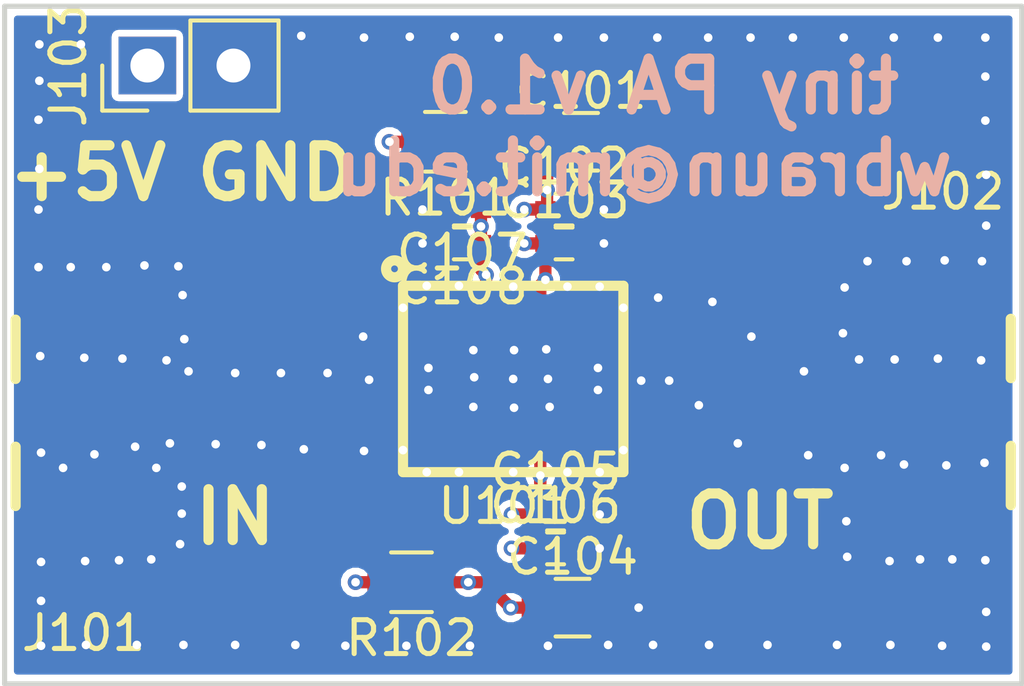
<source format=kicad_pcb>
(kicad_pcb (version 4) (host pcbnew 4.0.6-e0-6349~53~ubuntu14.04.1)

  (general
    (links 47)
    (no_connects 0)
    (area 128.114667 76.789666 161.885334 100.502)
    (thickness 1.6)
    (drawings 9)
    (tracks 411)
    (zones 0)
    (modules 14)
    (nets 7)
  )

  (page A4)
  (layers
    (0 F.Cu signal)
    (1 In1.Cu signal)
    (2 In2.Cu signal)
    (31 B.Cu signal)
    (32 B.Adhes user)
    (33 F.Adhes user)
    (34 B.Paste user)
    (35 F.Paste user)
    (36 B.SilkS user)
    (37 F.SilkS user)
    (38 B.Mask user)
    (39 F.Mask user)
    (40 Dwgs.User user)
    (41 Cmts.User user)
    (42 Eco1.User user)
    (43 Eco2.User user)
    (44 Edge.Cuts user)
    (45 Margin user)
    (46 B.CrtYd user)
    (47 F.CrtYd user)
    (48 B.Fab user)
    (49 F.Fab user hide)
  )

  (setup
    (last_trace_width 0.24)
    (user_trace_width 0.16)
    (user_trace_width 0.24)
    (user_trace_width 0.36)
    (user_trace_width 0.48)
    (trace_clearance 0.127)
    (zone_clearance 0.2)
    (zone_45_only no)
    (trace_min 0.127)
    (segment_width 0.2)
    (edge_width 0.15)
    (via_size 0.6)
    (via_drill 0.4)
    (via_min_size 0.46)
    (via_min_drill 0.254)
    (user_via 0.46 0.254)
    (uvia_size 0.3)
    (uvia_drill 0.1)
    (uvias_allowed no)
    (uvia_min_size 0.2)
    (uvia_min_drill 0.1)
    (pcb_text_width 0.3)
    (pcb_text_size 1.5 1.5)
    (mod_edge_width 0.15)
    (mod_text_size 1 1)
    (mod_text_width 0.15)
    (pad_size 1.524 1.524)
    (pad_drill 0.762)
    (pad_to_mask_clearance 0.0635)
    (solder_mask_min_width 0.1016)
    (aux_axis_origin 0 0)
    (visible_elements FFFFFF7F)
    (pcbplotparams
      (layerselection 0x010f0_80000007)
      (usegerberextensions true)
      (excludeedgelayer true)
      (linewidth 0.100000)
      (plotframeref false)
      (viasonmask false)
      (mode 1)
      (useauxorigin false)
      (hpglpennumber 1)
      (hpglpenspeed 20)
      (hpglpendiameter 15)
      (hpglpenoverlay 2)
      (psnegative false)
      (psa4output false)
      (plotreference false)
      (plotvalue false)
      (plotinvisibletext false)
      (padsonsilk false)
      (subtractmaskfromsilk false)
      (outputformat 1)
      (mirror false)
      (drillshape 0)
      (scaleselection 1)
      (outputdirectory ../external-pa-gerbers/))
  )

  (net 0 "")
  (net 1 /VDD1)
  (net 2 GND)
  (net 3 /VDD2)
  (net 4 +5V)
  (net 5 /RF_IN)
  (net 6 /RF_OUT)

  (net_class Default "This is the default net class."
    (clearance 0.127)
    (trace_width 0.127)
    (via_dia 0.6)
    (via_drill 0.4)
    (uvia_dia 0.3)
    (uvia_drill 0.1)
    (add_net +5V)
    (add_net /RF_IN)
    (add_net /RF_OUT)
    (add_net /VDD1)
    (add_net /VDD2)
    (add_net GND)
  )

  (module Capacitors_SMD:C_0805 (layer F.Cu) (tedit 58AA8463) (tstamp 58EEE87B)
    (at 147 84)
    (descr "Capacitor SMD 0805, reflow soldering, AVX (see smccp.pdf)")
    (tags "capacitor 0805")
    (path /58EEFDB0)
    (attr smd)
    (fp_text reference C101 (at 0 -1.5) (layer F.SilkS)
      (effects (font (size 1 1) (thickness 0.15)))
    )
    (fp_text value 2.2u (at 0 1.75) (layer F.Fab)
      (effects (font (size 1 1) (thickness 0.15)))
    )
    (fp_text user %R (at 0 -1.5) (layer F.Fab)
      (effects (font (size 1 1) (thickness 0.15)))
    )
    (fp_line (start -1 0.62) (end -1 -0.62) (layer F.Fab) (width 0.1))
    (fp_line (start 1 0.62) (end -1 0.62) (layer F.Fab) (width 0.1))
    (fp_line (start 1 -0.62) (end 1 0.62) (layer F.Fab) (width 0.1))
    (fp_line (start -1 -0.62) (end 1 -0.62) (layer F.Fab) (width 0.1))
    (fp_line (start 0.5 -0.85) (end -0.5 -0.85) (layer F.SilkS) (width 0.12))
    (fp_line (start -0.5 0.85) (end 0.5 0.85) (layer F.SilkS) (width 0.12))
    (fp_line (start -1.75 -0.88) (end 1.75 -0.88) (layer F.CrtYd) (width 0.05))
    (fp_line (start -1.75 -0.88) (end -1.75 0.87) (layer F.CrtYd) (width 0.05))
    (fp_line (start 1.75 0.87) (end 1.75 -0.88) (layer F.CrtYd) (width 0.05))
    (fp_line (start 1.75 0.87) (end -1.75 0.87) (layer F.CrtYd) (width 0.05))
    (pad 1 smd rect (at -1 0) (size 1 1.25) (layers F.Cu F.Paste F.Mask)
      (net 1 /VDD1))
    (pad 2 smd rect (at 1 0) (size 1 1.25) (layers F.Cu F.Paste F.Mask)
      (net 2 GND))
    (model Capacitors_SMD.3dshapes/C_0805.wrl
      (at (xyz 0 0 0))
      (scale (xyz 1 1 1))
      (rotate (xyz 0 0 0))
    )
  )

  (module Capacitors_SMD:C_0402 (layer F.Cu) (tedit 58AA841A) (tstamp 58EEE881)
    (at 146.5 86)
    (descr "Capacitor SMD 0402, reflow soldering, AVX (see smccp.pdf)")
    (tags "capacitor 0402")
    (path /58EEFEB1)
    (attr smd)
    (fp_text reference C102 (at 0 -1.27) (layer F.SilkS)
      (effects (font (size 1 1) (thickness 0.15)))
    )
    (fp_text value 0.1u (at 0 1.27) (layer F.Fab)
      (effects (font (size 1 1) (thickness 0.15)))
    )
    (fp_text user %R (at 0 -1.27) (layer F.Fab)
      (effects (font (size 1 1) (thickness 0.15)))
    )
    (fp_line (start -0.5 0.25) (end -0.5 -0.25) (layer F.Fab) (width 0.1))
    (fp_line (start 0.5 0.25) (end -0.5 0.25) (layer F.Fab) (width 0.1))
    (fp_line (start 0.5 -0.25) (end 0.5 0.25) (layer F.Fab) (width 0.1))
    (fp_line (start -0.5 -0.25) (end 0.5 -0.25) (layer F.Fab) (width 0.1))
    (fp_line (start 0.25 -0.47) (end -0.25 -0.47) (layer F.SilkS) (width 0.12))
    (fp_line (start -0.25 0.47) (end 0.25 0.47) (layer F.SilkS) (width 0.12))
    (fp_line (start -1 -0.4) (end 1 -0.4) (layer F.CrtYd) (width 0.05))
    (fp_line (start -1 -0.4) (end -1 0.4) (layer F.CrtYd) (width 0.05))
    (fp_line (start 1 0.4) (end 1 -0.4) (layer F.CrtYd) (width 0.05))
    (fp_line (start 1 0.4) (end -1 0.4) (layer F.CrtYd) (width 0.05))
    (pad 1 smd rect (at -0.55 0) (size 0.6 0.5) (layers F.Cu F.Paste F.Mask)
      (net 1 /VDD1))
    (pad 2 smd rect (at 0.55 0) (size 0.6 0.5) (layers F.Cu F.Paste F.Mask)
      (net 2 GND))
    (model Capacitors_SMD.3dshapes/C_0402.wrl
      (at (xyz 0 0 0))
      (scale (xyz 1 1 1))
      (rotate (xyz 0 0 0))
    )
  )

  (module Capacitors_SMD:C_0402 (layer F.Cu) (tedit 58AA841A) (tstamp 58EEE887)
    (at 146.5 87)
    (descr "Capacitor SMD 0402, reflow soldering, AVX (see smccp.pdf)")
    (tags "capacitor 0402")
    (path /58EEFEDA)
    (attr smd)
    (fp_text reference C103 (at 0 -1.27) (layer F.SilkS)
      (effects (font (size 1 1) (thickness 0.15)))
    )
    (fp_text value 10n (at 0 1.27) (layer F.Fab)
      (effects (font (size 1 1) (thickness 0.15)))
    )
    (fp_text user %R (at 0 -1.27) (layer F.Fab)
      (effects (font (size 1 1) (thickness 0.15)))
    )
    (fp_line (start -0.5 0.25) (end -0.5 -0.25) (layer F.Fab) (width 0.1))
    (fp_line (start 0.5 0.25) (end -0.5 0.25) (layer F.Fab) (width 0.1))
    (fp_line (start 0.5 -0.25) (end 0.5 0.25) (layer F.Fab) (width 0.1))
    (fp_line (start -0.5 -0.25) (end 0.5 -0.25) (layer F.Fab) (width 0.1))
    (fp_line (start 0.25 -0.47) (end -0.25 -0.47) (layer F.SilkS) (width 0.12))
    (fp_line (start -0.25 0.47) (end 0.25 0.47) (layer F.SilkS) (width 0.12))
    (fp_line (start -1 -0.4) (end 1 -0.4) (layer F.CrtYd) (width 0.05))
    (fp_line (start -1 -0.4) (end -1 0.4) (layer F.CrtYd) (width 0.05))
    (fp_line (start 1 0.4) (end 1 -0.4) (layer F.CrtYd) (width 0.05))
    (fp_line (start 1 0.4) (end -1 0.4) (layer F.CrtYd) (width 0.05))
    (pad 1 smd rect (at -0.55 0) (size 0.6 0.5) (layers F.Cu F.Paste F.Mask)
      (net 1 /VDD1))
    (pad 2 smd rect (at 0.55 0) (size 0.6 0.5) (layers F.Cu F.Paste F.Mask)
      (net 2 GND))
    (model Capacitors_SMD.3dshapes/C_0402.wrl
      (at (xyz 0 0 0))
      (scale (xyz 1 1 1))
      (rotate (xyz 0 0 0))
    )
  )

  (module Capacitors_SMD:C_0805 (layer F.Cu) (tedit 58AA8463) (tstamp 58EEE88D)
    (at 146.75 97.75)
    (descr "Capacitor SMD 0805, reflow soldering, AVX (see smccp.pdf)")
    (tags "capacitor 0805")
    (path /58EF036F)
    (attr smd)
    (fp_text reference C104 (at 0 -1.5) (layer F.SilkS)
      (effects (font (size 1 1) (thickness 0.15)))
    )
    (fp_text value 2.2u (at 0 1.75) (layer F.Fab)
      (effects (font (size 1 1) (thickness 0.15)))
    )
    (fp_text user %R (at 0 -1.5) (layer F.Fab)
      (effects (font (size 1 1) (thickness 0.15)))
    )
    (fp_line (start -1 0.62) (end -1 -0.62) (layer F.Fab) (width 0.1))
    (fp_line (start 1 0.62) (end -1 0.62) (layer F.Fab) (width 0.1))
    (fp_line (start 1 -0.62) (end 1 0.62) (layer F.Fab) (width 0.1))
    (fp_line (start -1 -0.62) (end 1 -0.62) (layer F.Fab) (width 0.1))
    (fp_line (start 0.5 -0.85) (end -0.5 -0.85) (layer F.SilkS) (width 0.12))
    (fp_line (start -0.5 0.85) (end 0.5 0.85) (layer F.SilkS) (width 0.12))
    (fp_line (start -1.75 -0.88) (end 1.75 -0.88) (layer F.CrtYd) (width 0.05))
    (fp_line (start -1.75 -0.88) (end -1.75 0.87) (layer F.CrtYd) (width 0.05))
    (fp_line (start 1.75 0.87) (end 1.75 -0.88) (layer F.CrtYd) (width 0.05))
    (fp_line (start 1.75 0.87) (end -1.75 0.87) (layer F.CrtYd) (width 0.05))
    (pad 1 smd rect (at -1 0) (size 1 1.25) (layers F.Cu F.Paste F.Mask)
      (net 3 /VDD2))
    (pad 2 smd rect (at 1 0) (size 1 1.25) (layers F.Cu F.Paste F.Mask)
      (net 2 GND))
    (model Capacitors_SMD.3dshapes/C_0805.wrl
      (at (xyz 0 0 0))
      (scale (xyz 1 1 1))
      (rotate (xyz 0 0 0))
    )
  )

  (module Capacitors_SMD:C_0402 (layer F.Cu) (tedit 58AA841A) (tstamp 58EEE893)
    (at 146.25 95)
    (descr "Capacitor SMD 0402, reflow soldering, AVX (see smccp.pdf)")
    (tags "capacitor 0402")
    (path /58EF0375)
    (attr smd)
    (fp_text reference C105 (at 0 -1.27) (layer F.SilkS)
      (effects (font (size 1 1) (thickness 0.15)))
    )
    (fp_text value 0.1u (at 0 1.27) (layer F.Fab)
      (effects (font (size 1 1) (thickness 0.15)))
    )
    (fp_text user %R (at 0 -1.27) (layer F.Fab)
      (effects (font (size 1 1) (thickness 0.15)))
    )
    (fp_line (start -0.5 0.25) (end -0.5 -0.25) (layer F.Fab) (width 0.1))
    (fp_line (start 0.5 0.25) (end -0.5 0.25) (layer F.Fab) (width 0.1))
    (fp_line (start 0.5 -0.25) (end 0.5 0.25) (layer F.Fab) (width 0.1))
    (fp_line (start -0.5 -0.25) (end 0.5 -0.25) (layer F.Fab) (width 0.1))
    (fp_line (start 0.25 -0.47) (end -0.25 -0.47) (layer F.SilkS) (width 0.12))
    (fp_line (start -0.25 0.47) (end 0.25 0.47) (layer F.SilkS) (width 0.12))
    (fp_line (start -1 -0.4) (end 1 -0.4) (layer F.CrtYd) (width 0.05))
    (fp_line (start -1 -0.4) (end -1 0.4) (layer F.CrtYd) (width 0.05))
    (fp_line (start 1 0.4) (end 1 -0.4) (layer F.CrtYd) (width 0.05))
    (fp_line (start 1 0.4) (end -1 0.4) (layer F.CrtYd) (width 0.05))
    (pad 1 smd rect (at -0.55 0) (size 0.6 0.5) (layers F.Cu F.Paste F.Mask)
      (net 3 /VDD2))
    (pad 2 smd rect (at 0.55 0) (size 0.6 0.5) (layers F.Cu F.Paste F.Mask)
      (net 2 GND))
    (model Capacitors_SMD.3dshapes/C_0402.wrl
      (at (xyz 0 0 0))
      (scale (xyz 1 1 1))
      (rotate (xyz 0 0 0))
    )
  )

  (module Capacitors_SMD:C_0402 (layer F.Cu) (tedit 58AA841A) (tstamp 58EEE899)
    (at 146.25 96)
    (descr "Capacitor SMD 0402, reflow soldering, AVX (see smccp.pdf)")
    (tags "capacitor 0402")
    (path /58EF037B)
    (attr smd)
    (fp_text reference C106 (at 0 -1.27) (layer F.SilkS)
      (effects (font (size 1 1) (thickness 0.15)))
    )
    (fp_text value 10n (at 0 1.27) (layer F.Fab)
      (effects (font (size 1 1) (thickness 0.15)))
    )
    (fp_text user %R (at 0 -1.27) (layer F.Fab)
      (effects (font (size 1 1) (thickness 0.15)))
    )
    (fp_line (start -0.5 0.25) (end -0.5 -0.25) (layer F.Fab) (width 0.1))
    (fp_line (start 0.5 0.25) (end -0.5 0.25) (layer F.Fab) (width 0.1))
    (fp_line (start 0.5 -0.25) (end 0.5 0.25) (layer F.Fab) (width 0.1))
    (fp_line (start -0.5 -0.25) (end 0.5 -0.25) (layer F.Fab) (width 0.1))
    (fp_line (start 0.25 -0.47) (end -0.25 -0.47) (layer F.SilkS) (width 0.12))
    (fp_line (start -0.25 0.47) (end 0.25 0.47) (layer F.SilkS) (width 0.12))
    (fp_line (start -1 -0.4) (end 1 -0.4) (layer F.CrtYd) (width 0.05))
    (fp_line (start -1 -0.4) (end -1 0.4) (layer F.CrtYd) (width 0.05))
    (fp_line (start 1 0.4) (end 1 -0.4) (layer F.CrtYd) (width 0.05))
    (fp_line (start 1 0.4) (end -1 0.4) (layer F.CrtYd) (width 0.05))
    (pad 1 smd rect (at -0.55 0) (size 0.6 0.5) (layers F.Cu F.Paste F.Mask)
      (net 3 /VDD2))
    (pad 2 smd rect (at 0.55 0) (size 0.6 0.5) (layers F.Cu F.Paste F.Mask)
      (net 2 GND))
    (model Capacitors_SMD.3dshapes/C_0402.wrl
      (at (xyz 0 0 0))
      (scale (xyz 1 1 1))
      (rotate (xyz 0 0 0))
    )
  )

  (module Capacitors_SMD:C_0402 (layer F.Cu) (tedit 58AA841A) (tstamp 58EEE89F)
    (at 143.5 86 180)
    (descr "Capacitor SMD 0402, reflow soldering, AVX (see smccp.pdf)")
    (tags "capacitor 0402")
    (path /58EF042E)
    (attr smd)
    (fp_text reference C107 (at 0 -1.27 180) (layer F.SilkS)
      (effects (font (size 1 1) (thickness 0.15)))
    )
    (fp_text value 0.1u (at 0 1.27 180) (layer F.Fab)
      (effects (font (size 1 1) (thickness 0.15)))
    )
    (fp_text user %R (at 0 -1.27 180) (layer F.Fab)
      (effects (font (size 1 1) (thickness 0.15)))
    )
    (fp_line (start -0.5 0.25) (end -0.5 -0.25) (layer F.Fab) (width 0.1))
    (fp_line (start 0.5 0.25) (end -0.5 0.25) (layer F.Fab) (width 0.1))
    (fp_line (start 0.5 -0.25) (end 0.5 0.25) (layer F.Fab) (width 0.1))
    (fp_line (start -0.5 -0.25) (end 0.5 -0.25) (layer F.Fab) (width 0.1))
    (fp_line (start 0.25 -0.47) (end -0.25 -0.47) (layer F.SilkS) (width 0.12))
    (fp_line (start -0.25 0.47) (end 0.25 0.47) (layer F.SilkS) (width 0.12))
    (fp_line (start -1 -0.4) (end 1 -0.4) (layer F.CrtYd) (width 0.05))
    (fp_line (start -1 -0.4) (end -1 0.4) (layer F.CrtYd) (width 0.05))
    (fp_line (start 1 0.4) (end 1 -0.4) (layer F.CrtYd) (width 0.05))
    (fp_line (start 1 0.4) (end -1 0.4) (layer F.CrtYd) (width 0.05))
    (pad 1 smd rect (at -0.55 0 180) (size 0.6 0.5) (layers F.Cu F.Paste F.Mask)
      (net 4 +5V))
    (pad 2 smd rect (at 0.55 0 180) (size 0.6 0.5) (layers F.Cu F.Paste F.Mask)
      (net 2 GND))
    (model Capacitors_SMD.3dshapes/C_0402.wrl
      (at (xyz 0 0 0))
      (scale (xyz 1 1 1))
      (rotate (xyz 0 0 0))
    )
  )

  (module Capacitors_SMD:C_0402 (layer F.Cu) (tedit 58AA841A) (tstamp 58EEE8A5)
    (at 143.5 87 180)
    (descr "Capacitor SMD 0402, reflow soldering, AVX (see smccp.pdf)")
    (tags "capacitor 0402")
    (path /58EF0434)
    (attr smd)
    (fp_text reference C108 (at 0 -1.27 180) (layer F.SilkS)
      (effects (font (size 1 1) (thickness 0.15)))
    )
    (fp_text value 10n (at 0 1.27 180) (layer F.Fab)
      (effects (font (size 1 1) (thickness 0.15)))
    )
    (fp_text user %R (at 0 -1.27 180) (layer F.Fab)
      (effects (font (size 1 1) (thickness 0.15)))
    )
    (fp_line (start -0.5 0.25) (end -0.5 -0.25) (layer F.Fab) (width 0.1))
    (fp_line (start 0.5 0.25) (end -0.5 0.25) (layer F.Fab) (width 0.1))
    (fp_line (start 0.5 -0.25) (end 0.5 0.25) (layer F.Fab) (width 0.1))
    (fp_line (start -0.5 -0.25) (end 0.5 -0.25) (layer F.Fab) (width 0.1))
    (fp_line (start 0.25 -0.47) (end -0.25 -0.47) (layer F.SilkS) (width 0.12))
    (fp_line (start -0.25 0.47) (end 0.25 0.47) (layer F.SilkS) (width 0.12))
    (fp_line (start -1 -0.4) (end 1 -0.4) (layer F.CrtYd) (width 0.05))
    (fp_line (start -1 -0.4) (end -1 0.4) (layer F.CrtYd) (width 0.05))
    (fp_line (start 1 0.4) (end 1 -0.4) (layer F.CrtYd) (width 0.05))
    (fp_line (start 1 0.4) (end -1 0.4) (layer F.CrtYd) (width 0.05))
    (pad 1 smd rect (at -0.55 0 180) (size 0.6 0.5) (layers F.Cu F.Paste F.Mask)
      (net 4 +5V))
    (pad 2 smd rect (at 0.55 0 180) (size 0.6 0.5) (layers F.Cu F.Paste F.Mask)
      (net 2 GND))
    (model Capacitors_SMD.3dshapes/C_0402.wrl
      (at (xyz 0 0 0))
      (scale (xyz 1 1 1))
      (rotate (xyz 0 0 0))
    )
  )

  (module wbraun_smd:SMA-Edge-China-Short (layer F.Cu) (tedit 58E55875) (tstamp 58EEE8AE)
    (at 132.575 92)
    (path /58EEFC72)
    (fp_text reference J101 (at -0.25 6.5) (layer F.SilkS)
      (effects (font (size 1 1) (thickness 0.15)))
    )
    (fp_text value CONN_01X02 (at 0.5 -7.5) (layer F.Fab)
      (effects (font (size 1 1) (thickness 0.15)))
    )
    (fp_line (start -2.25 1) (end -2.25 2.75) (layer F.SilkS) (width 0.3))
    (fp_line (start -2.25 -2.75) (end -2.25 -1) (layer F.SilkS) (width 0.3))
    (pad 1 smd rect (at -0.75 0 180) (size 3 0.85) (layers F.Cu F.Mask)
      (net 5 /RF_IN))
    (pad 2 smd rect (at 0 -2.975 180) (size 4.5 2) (layers F.Cu F.Mask)
      (net 2 GND))
    (pad 2 smd rect (at 0 2.975 180) (size 4.5 2) (layers F.Cu F.Mask)
      (net 2 GND))
    (pad 2 smd rect (at 0 -2.975 180) (size 4.5 2) (layers B.Cu B.Mask)
      (net 2 GND))
    (pad 2 smd rect (at 0 2.975 180) (size 4.5 2) (layers B.Cu B.Mask)
      (net 2 GND))
  )

  (module wbraun_smd:SMA-Edge-China-Short (layer F.Cu) (tedit 58E55875) (tstamp 58EEE8B7)
    (at 157.425 91.975 180)
    (path /58EEFCDB)
    (fp_text reference J102 (at -0.25 6.5 180) (layer F.SilkS)
      (effects (font (size 1 1) (thickness 0.15)))
    )
    (fp_text value CONN_01X02 (at 0.5 -7.5 180) (layer F.Fab)
      (effects (font (size 1 1) (thickness 0.15)))
    )
    (fp_line (start -2.25 1) (end -2.25 2.75) (layer F.SilkS) (width 0.3))
    (fp_line (start -2.25 -2.75) (end -2.25 -1) (layer F.SilkS) (width 0.3))
    (pad 1 smd rect (at -0.75 0) (size 3 0.85) (layers F.Cu F.Mask)
      (net 6 /RF_OUT))
    (pad 2 smd rect (at 0 -2.975) (size 4.5 2) (layers F.Cu F.Mask)
      (net 2 GND))
    (pad 2 smd rect (at 0 2.975) (size 4.5 2) (layers F.Cu F.Mask)
      (net 2 GND))
    (pad 2 smd rect (at 0 -2.975) (size 4.5 2) (layers B.Cu B.Mask)
      (net 2 GND))
    (pad 2 smd rect (at 0 2.975) (size 4.5 2) (layers B.Cu B.Mask)
      (net 2 GND))
  )

  (module Resistors_SMD:R_0805 (layer F.Cu) (tedit 58E0A804) (tstamp 58EEE8BD)
    (at 143 84 180)
    (descr "Resistor SMD 0805, reflow soldering, Vishay (see dcrcw.pdf)")
    (tags "resistor 0805")
    (path /58EEFF38)
    (attr smd)
    (fp_text reference R101 (at 0 -1.65 180) (layer F.SilkS)
      (effects (font (size 1 1) (thickness 0.15)))
    )
    (fp_text value R (at 0 1.75 180) (layer F.Fab)
      (effects (font (size 1 1) (thickness 0.15)))
    )
    (fp_text user %R (at 0 0 180) (layer F.Fab)
      (effects (font (size 0.5 0.5) (thickness 0.075)))
    )
    (fp_line (start -1 0.62) (end -1 -0.62) (layer F.Fab) (width 0.1))
    (fp_line (start 1 0.62) (end -1 0.62) (layer F.Fab) (width 0.1))
    (fp_line (start 1 -0.62) (end 1 0.62) (layer F.Fab) (width 0.1))
    (fp_line (start -1 -0.62) (end 1 -0.62) (layer F.Fab) (width 0.1))
    (fp_line (start 0.6 0.88) (end -0.6 0.88) (layer F.SilkS) (width 0.12))
    (fp_line (start -0.6 -0.88) (end 0.6 -0.88) (layer F.SilkS) (width 0.12))
    (fp_line (start -1.55 -0.9) (end 1.55 -0.9) (layer F.CrtYd) (width 0.05))
    (fp_line (start -1.55 -0.9) (end -1.55 0.9) (layer F.CrtYd) (width 0.05))
    (fp_line (start 1.55 0.9) (end 1.55 -0.9) (layer F.CrtYd) (width 0.05))
    (fp_line (start 1.55 0.9) (end -1.55 0.9) (layer F.CrtYd) (width 0.05))
    (pad 1 smd rect (at -0.95 0 180) (size 0.7 1.3) (layers F.Cu F.Paste F.Mask)
      (net 1 /VDD1))
    (pad 2 smd rect (at 0.95 0 180) (size 0.7 1.3) (layers F.Cu F.Paste F.Mask)
      (net 4 +5V))
    (model ${KISYS3DMOD}/Resistors_SMD.3dshapes/R_0805.wrl
      (at (xyz 0 0 0))
      (scale (xyz 1 1 1))
      (rotate (xyz 0 0 0))
    )
  )

  (module Resistors_SMD:R_0805 (layer F.Cu) (tedit 58E0A804) (tstamp 58EEE8C3)
    (at 142 97 180)
    (descr "Resistor SMD 0805, reflow soldering, Vishay (see dcrcw.pdf)")
    (tags "resistor 0805")
    (path /58EF0381)
    (attr smd)
    (fp_text reference R102 (at 0 -1.65 180) (layer F.SilkS)
      (effects (font (size 1 1) (thickness 0.15)))
    )
    (fp_text value R (at 0 1.75 180) (layer F.Fab)
      (effects (font (size 1 1) (thickness 0.15)))
    )
    (fp_text user %R (at 0 0 180) (layer F.Fab)
      (effects (font (size 0.5 0.5) (thickness 0.075)))
    )
    (fp_line (start -1 0.62) (end -1 -0.62) (layer F.Fab) (width 0.1))
    (fp_line (start 1 0.62) (end -1 0.62) (layer F.Fab) (width 0.1))
    (fp_line (start 1 -0.62) (end 1 0.62) (layer F.Fab) (width 0.1))
    (fp_line (start -1 -0.62) (end 1 -0.62) (layer F.Fab) (width 0.1))
    (fp_line (start 0.6 0.88) (end -0.6 0.88) (layer F.SilkS) (width 0.12))
    (fp_line (start -0.6 -0.88) (end 0.6 -0.88) (layer F.SilkS) (width 0.12))
    (fp_line (start -1.55 -0.9) (end 1.55 -0.9) (layer F.CrtYd) (width 0.05))
    (fp_line (start -1.55 -0.9) (end -1.55 0.9) (layer F.CrtYd) (width 0.05))
    (fp_line (start 1.55 0.9) (end 1.55 -0.9) (layer F.CrtYd) (width 0.05))
    (fp_line (start 1.55 0.9) (end -1.55 0.9) (layer F.CrtYd) (width 0.05))
    (pad 1 smd rect (at -0.95 0 180) (size 0.7 1.3) (layers F.Cu F.Paste F.Mask)
      (net 3 /VDD2))
    (pad 2 smd rect (at 0.95 0 180) (size 0.7 1.3) (layers F.Cu F.Paste F.Mask)
      (net 4 +5V))
    (model ${KISYS3DMOD}/Resistors_SMD.3dshapes/R_0805.wrl
      (at (xyz 0 0 0))
      (scale (xyz 1 1 1))
      (rotate (xyz 0 0 0))
    )
  )

  (module wbraun_smd:22-MCOB (layer F.Cu) (tedit 58EEE180) (tstamp 58EEE8E6)
    (at 145 91)
    (path /58EEF97C)
    (fp_text reference U101 (at -0.25 3.75) (layer F.SilkS)
      (effects (font (size 1 1) (thickness 0.15)))
    )
    (fp_text value ALM-31222 (at 0.75 -3.75) (layer F.Fab)
      (effects (font (size 1 1) (thickness 0.15)))
    )
    (fp_circle (center -3.5 -3.25) (end -3.5 -3) (layer F.SilkS) (width 0.3))
    (fp_line (start -3.25 -2.75) (end -2.75 -2.75) (layer F.SilkS) (width 0.3))
    (fp_line (start -3.25 2.75) (end -3.25 -2.75) (layer F.SilkS) (width 0.3))
    (fp_line (start 3.25 2.75) (end -3.25 2.75) (layer F.SilkS) (width 0.3))
    (fp_line (start 3.25 -2.75) (end 3.25 2.75) (layer F.SilkS) (width 0.3))
    (fp_line (start -3 -2.75) (end 3.25 -2.75) (layer F.SilkS) (width 0.3))
    (pad EP smd rect (at 0 0) (size 4.2 3.1) (layers F.Cu F.Mask)
      (net 2 GND))
    (pad 8 smd rect (at -0.8 2.15) (size 0.5 0.5) (layers F.Cu F.Paste F.Mask))
    (pad 10 smd rect (at 0.8 2.15) (size 0.5 0.5) (layers F.Cu F.Paste F.Mask)
      (net 3 /VDD2))
    (pad 21 smd rect (at -0.8 -2.15) (size 0.5 0.5) (layers F.Cu F.Paste F.Mask)
      (net 4 +5V))
    (pad 19 smd rect (at 0.8 -2.15) (size 0.5 0.5) (layers F.Cu F.Paste F.Mask)
      (net 1 /VDD1))
    (pad 2 smd rect (at -2.65 -1.2) (size 0.5 0.5) (layers F.Cu F.Paste F.Mask))
    (pad 5 smd rect (at -2.65 1.2) (size 0.5 0.5) (layers F.Cu F.Paste F.Mask)
      (net 5 /RF_IN))
    (pad 16 smd rect (at 2.65 -1.2) (size 0.5 0.5) (layers F.Cu F.Paste F.Mask)
      (net 6 /RF_OUT))
    (pad 13 smd rect (at 2.65 1.2) (size 0.5 0.5) (layers F.Cu F.Paste F.Mask)
      (net 2 GND))
    (pad 1 smd rect (at -2.55 -2.1) (size 0.7 0.6) (layers F.Cu F.Paste F.Mask)
      (net 2 GND))
    (pad 17 smd rect (at 2.55 -2.1) (size 0.7 0.6) (layers F.Cu F.Paste F.Mask)
      (net 2 GND))
    (pad 6 smd rect (at -2.55 2.1) (size 0.7 0.6) (layers F.Cu F.Paste F.Mask)
      (net 2 GND))
    (pad 12 smd rect (at 2.55 2.1) (size 0.7 0.6) (layers F.Cu F.Paste F.Mask)
      (net 2 GND))
    (pad 15 smd rect (at 2.5 -0.325) (size 0.8 0.65) (layers F.Cu F.Paste F.Mask)
      (net 2 GND))
    (pad 22 smd rect (at -1.6 -1.975) (size 0.5 0.85) (layers F.Cu F.Paste F.Mask)
      (net 2 GND))
    (pad 20 smd rect (at 0 -1.975) (size 0.5 0.85) (layers F.Cu F.Paste F.Mask)
      (net 2 GND))
    (pad 18 smd rect (at 1.6 -1.975) (size 0.5 0.85) (layers F.Cu F.Paste F.Mask)
      (net 2 GND))
    (pad 7 smd rect (at -1.6 1.975) (size 0.5 0.85) (layers F.Cu F.Paste F.Mask)
      (net 2 GND))
    (pad 9 smd rect (at 0 1.975) (size 0.5 0.85) (layers F.Cu F.Paste F.Mask)
      (net 2 GND))
    (pad 11 smd rect (at 1.6 1.975) (size 0.5 0.85) (layers F.Cu F.Paste F.Mask)
      (net 2 GND))
    (pad 14 smd rect (at 2.5 0.325) (size 0.8 0.65) (layers F.Cu F.Paste F.Mask)
      (net 2 GND))
    (pad 3 smd rect (at -2.5 -0.325) (size 0.8 0.65) (layers F.Cu F.Paste F.Mask)
      (net 2 GND))
    (pad 4 smd rect (at -2.5 0.325) (size 0.8 0.65) (layers F.Cu F.Paste F.Mask)
      (net 2 GND))
    (pad "" smd rect (at -1.02 0) (size 1.74 2.79) (layers F.Mask))
    (pad "" smd rect (at 1.02 0) (size 1.74 2.79) (layers F.Mask))
  )

  (module Pin_Headers:Pin_Header_Straight_1x02_Pitch2.54mm (layer F.Cu) (tedit 58CD4EC1) (tstamp 58EEE9E4)
    (at 134.21 81.75 90)
    (descr "Through hole straight pin header, 1x02, 2.54mm pitch, single row")
    (tags "Through hole pin header THT 1x02 2.54mm single row")
    (path /58EF0A0B)
    (fp_text reference J103 (at 0 -2.33 90) (layer F.SilkS)
      (effects (font (size 1 1) (thickness 0.15)))
    )
    (fp_text value CONN_01X02 (at 0 4.87 90) (layer F.Fab)
      (effects (font (size 1 1) (thickness 0.15)))
    )
    (fp_line (start -1.27 -1.27) (end -1.27 3.81) (layer F.Fab) (width 0.1))
    (fp_line (start -1.27 3.81) (end 1.27 3.81) (layer F.Fab) (width 0.1))
    (fp_line (start 1.27 3.81) (end 1.27 -1.27) (layer F.Fab) (width 0.1))
    (fp_line (start 1.27 -1.27) (end -1.27 -1.27) (layer F.Fab) (width 0.1))
    (fp_line (start -1.33 1.27) (end -1.33 3.87) (layer F.SilkS) (width 0.12))
    (fp_line (start -1.33 3.87) (end 1.33 3.87) (layer F.SilkS) (width 0.12))
    (fp_line (start 1.33 3.87) (end 1.33 1.27) (layer F.SilkS) (width 0.12))
    (fp_line (start 1.33 1.27) (end -1.33 1.27) (layer F.SilkS) (width 0.12))
    (fp_line (start -1.33 0) (end -1.33 -1.33) (layer F.SilkS) (width 0.12))
    (fp_line (start -1.33 -1.33) (end 0 -1.33) (layer F.SilkS) (width 0.12))
    (fp_line (start -1.8 -1.8) (end -1.8 4.35) (layer F.CrtYd) (width 0.05))
    (fp_line (start -1.8 4.35) (end 1.8 4.35) (layer F.CrtYd) (width 0.05))
    (fp_line (start 1.8 4.35) (end 1.8 -1.8) (layer F.CrtYd) (width 0.05))
    (fp_line (start 1.8 -1.8) (end -1.8 -1.8) (layer F.CrtYd) (width 0.05))
    (fp_text user %R (at 0 -2.33 90) (layer F.Fab)
      (effects (font (size 1 1) (thickness 0.15)))
    )
    (pad 1 thru_hole rect (at 0 0 90) (size 1.7 1.7) (drill 1) (layers *.Cu *.Mask)
      (net 4 +5V))
    (pad 2 thru_hole oval (at 0 2.54 90) (size 1.7 1.7) (drill 1) (layers *.Cu *.Mask)
      (net 2 GND))
    (model ${KISYS3DMOD}/Pin_Headers.3dshapes/Pin_Header_Straight_1x02_Pitch2.54mm.wrl
      (at (xyz 0 -0.05 0))
      (scale (xyz 1 1 1))
      (rotate (xyz 0 0 90))
    )
  )

  (gr_text OUT (at 152.275 95.2) (layer F.SilkS)
    (effects (font (size 1.5 1.5) (thickness 0.3)))
  )
  (gr_text IN (at 136.8 95.075) (layer F.SilkS)
    (effects (font (size 1.5 1.5) (thickness 0.3)))
  )
  (gr_text "tiny PA v1.0 \nwbraun@mit.edu" (at 148.85 83.575) (layer B.SilkS)
    (effects (font (size 1.5 1.5) (thickness 0.3)) (justify mirror))
  )
  (gr_text GND (at 138 84.925) (layer F.SilkS)
    (effects (font (size 1.5 1.5) (thickness 0.3)))
  )
  (gr_text +5V (at 132.45 84.925) (layer F.SilkS)
    (effects (font (size 1.5 1.5) (thickness 0.3)))
  )
  (gr_line (start 130 100) (end 130 80) (layer Edge.Cuts) (width 0.15))
  (gr_line (start 160 100) (end 130 100) (layer Edge.Cuts) (width 0.15))
  (gr_line (start 160 80) (end 160 100) (layer Edge.Cuts) (width 0.15))
  (gr_line (start 130 80) (end 160 80) (layer Edge.Cuts) (width 0.15))

  (segment (start 143.95 84) (end 146 84) (width 0.36) (layer F.Cu) (net 1))
  (via (at 145.95 88.075) (size 0.46) (drill 0.254) (layers F.Cu B.Cu) (net 1))
  (segment (start 145.95 88.075) (end 145.8 88.225) (width 0.36) (layer F.Cu) (net 1))
  (segment (start 145.8 88.225) (end 145.8 88.85) (width 0.36) (layer F.Cu) (net 1))
  (segment (start 145.95 87) (end 145.95 88.075) (width 0.36) (layer F.Cu) (net 1))
  (segment (start 145.95 87) (end 145.325 87) (width 0.36) (layer F.Cu) (net 1))
  (via (at 145.325 87) (size 0.46) (drill 0.254) (layers F.Cu B.Cu) (net 1))
  (segment (start 145.95 86) (end 145.325 86) (width 0.36) (layer F.Cu) (net 1))
  (via (at 145.325 86) (size 0.46) (drill 0.254) (layers F.Cu B.Cu) (net 1))
  (segment (start 145.95 86) (end 145.95 87) (width 0.36) (layer F.Cu) (net 1))
  (segment (start 146 84.975) (end 146 85.95) (width 0.36) (layer F.Cu) (net 1))
  (segment (start 146 84) (end 146 84.975) (width 0.36) (layer F.Cu) (net 1))
  (segment (start 146 84.975) (end 146 85.425) (width 0.36) (layer F.Cu) (net 1))
  (via (at 146 85.425) (size 0.46) (drill 0.254) (layers F.Cu B.Cu) (net 1))
  (segment (start 146 85.95) (end 145.95 86) (width 0.36) (layer F.Cu) (net 1))
  (via (at 145.025 91.85) (size 0.46) (drill 0.254) (layers F.Cu B.Cu) (net 2) (tstamp 58EF021C))
  (segment (start 139.625 88.45) (end 139.25 88.45) (width 0.24) (layer In1.Cu) (net 2))
  (segment (start 139.25 88.45) (end 138.875 88.825) (width 0.24) (layer In1.Cu) (net 2))
  (via (at 145.025 90.15) (size 0.46) (drill 0.254) (layers F.Cu B.Cu) (net 2))
  (segment (start 139.8 89.075) (end 139.8 88.625) (width 0.24) (layer In1.Cu) (net 2))
  (via (at 146.025 91) (size 0.46) (drill 0.254) (layers F.Cu B.Cu) (net 2))
  (segment (start 139.8 88.625) (end 139.625 88.45) (width 0.24) (layer In1.Cu) (net 2))
  (segment (start 143.825 90.15) (end 140.875 90.15) (width 0.24) (layer In1.Cu) (net 2))
  (segment (start 140.875 90.15) (end 139.8 89.075) (width 0.24) (layer In1.Cu) (net 2))
  (via (at 143.85 90.95) (size 0.46) (drill 0.254) (layers F.Cu B.Cu) (net 2))
  (segment (start 143.825 90.15) (end 140.975 90.15) (width 0.24) (layer In1.Cu) (net 2))
  (segment (start 140.975 90.15) (end 140.575 89.75) (width 0.24) (layer In1.Cu) (net 2))
  (via (at 140.575 89.75) (size 0.46) (drill 0.254) (layers F.Cu B.Cu) (net 2))
  (via (at 143.825 91.825) (size 0.46) (drill 0.254) (layers F.Cu B.Cu) (net 2) (tstamp 58EEF5F5))
  (via (at 146.075 91.825) (size 0.46) (drill 0.254) (layers F.Cu B.Cu) (net 2) (tstamp 58EEF5EF))
  (via (at 145.975 90.125) (size 0.46) (drill 0.254) (layers F.Cu B.Cu) (net 2) (tstamp 58EEF5EA))
  (segment (start 145 91) (end 142.66 91) (width 0.24) (layer In1.Cu) (net 2))
  (segment (start 142.66 91) (end 141.41 89.75) (width 0.24) (layer In1.Cu) (net 2))
  (segment (start 141.41 89.75) (end 140.575 89.75) (width 0.24) (layer In1.Cu) (net 2))
  (via (at 143.825 90.15) (size 0.46) (drill 0.254) (layers F.Cu B.Cu) (net 2))
  (segment (start 149.6 91.05) (end 148.775 91.05) (width 0.24) (layer In1.Cu) (net 2))
  (via (at 148.775 91.05) (size 0.46) (drill 0.254) (layers F.Cu B.Cu) (net 2))
  (segment (start 150.475 91.775) (end 150.325 91.775) (width 0.24) (layer In1.Cu) (net 2))
  (segment (start 150.325 91.775) (end 149.6 91.05) (width 0.24) (layer In1.Cu) (net 2))
  (via (at 149.6 91.05) (size 0.46) (drill 0.254) (layers F.Cu B.Cu) (net 2))
  (segment (start 151.625 92.9) (end 151.6 92.9) (width 0.24) (layer In1.Cu) (net 2))
  (segment (start 151.6 92.9) (end 150.475 91.775) (width 0.24) (layer In1.Cu) (net 2))
  (via (at 150.475 91.775) (size 0.46) (drill 0.254) (layers F.Cu B.Cu) (net 2))
  (segment (start 153.7 93.25) (end 151.975 93.25) (width 0.24) (layer In1.Cu) (net 2))
  (segment (start 151.975 93.25) (end 151.625 92.9) (width 0.24) (layer In1.Cu) (net 2))
  (via (at 151.625 92.9) (size 0.46) (drill 0.254) (layers F.Cu B.Cu) (net 2))
  (segment (start 153.575 90.775) (end 153.575 93.125) (width 0.24) (layer In1.Cu) (net 2))
  (segment (start 153.575 93.125) (end 153.7 93.25) (width 0.24) (layer In1.Cu) (net 2))
  (via (at 153.7 93.25) (size 0.46) (drill 0.254) (layers F.Cu B.Cu) (net 2))
  (segment (start 150.875 88.725) (end 149.4 88.725) (width 0.24) (layer In1.Cu) (net 2))
  (segment (start 149.4 88.725) (end 149.275 88.6) (width 0.24) (layer In1.Cu) (net 2))
  (via (at 149.275 88.6) (size 0.46) (drill 0.254) (layers F.Cu B.Cu) (net 2))
  (segment (start 152.025 89.75) (end 151.9 89.75) (width 0.24) (layer In1.Cu) (net 2))
  (segment (start 151.9 89.75) (end 150.875 88.725) (width 0.24) (layer In1.Cu) (net 2))
  (via (at 150.875 88.725) (size 0.46) (drill 0.254) (layers F.Cu B.Cu) (net 2))
  (segment (start 153.575 90.775) (end 153.05 90.775) (width 0.24) (layer In1.Cu) (net 2))
  (segment (start 153.05 90.775) (end 152.025 89.75) (width 0.24) (layer In1.Cu) (net 2))
  (via (at 152.025 89.75) (size 0.46) (drill 0.254) (layers F.Cu B.Cu) (net 2))
  (segment (start 155.2 90.425) (end 153.925 90.425) (width 0.24) (layer In1.Cu) (net 2))
  (segment (start 153.925 90.425) (end 153.575 90.775) (width 0.24) (layer In1.Cu) (net 2))
  (via (at 153.575 90.775) (size 0.46) (drill 0.254) (layers F.Cu B.Cu) (net 2))
  (segment (start 139.525 90.825) (end 140.55 90.825) (width 0.24) (layer In1.Cu) (net 2))
  (segment (start 140.55 90.825) (end 140.75 91.025) (width 0.24) (layer In1.Cu) (net 2))
  (via (at 140.75 91.025) (size 0.46) (drill 0.254) (layers F.Cu B.Cu) (net 2))
  (segment (start 138.15 90.825) (end 139.525 90.825) (width 0.24) (layer In1.Cu) (net 2))
  (via (at 139.525 90.825) (size 0.46) (drill 0.254) (layers F.Cu B.Cu) (net 2))
  (segment (start 136.8 90.825) (end 138.15 90.825) (width 0.24) (layer In1.Cu) (net 2))
  (via (at 138.15 90.825) (size 0.46) (drill 0.254) (layers F.Cu B.Cu) (net 2))
  (segment (start 135.425 90.775) (end 136.75 90.775) (width 0.24) (layer In1.Cu) (net 2))
  (segment (start 136.75 90.775) (end 136.8 90.825) (width 0.24) (layer In1.Cu) (net 2))
  (via (at 136.8 90.825) (size 0.46) (drill 0.254) (layers F.Cu B.Cu) (net 2))
  (segment (start 134.775 90.45) (end 135.1 90.45) (width 0.24) (layer In1.Cu) (net 2))
  (segment (start 135.1 90.45) (end 135.425 90.775) (width 0.24) (layer In1.Cu) (net 2))
  (via (at 135.425 90.775) (size 0.46) (drill 0.254) (layers F.Cu B.Cu) (net 2))
  (segment (start 132.35 90.375) (end 131.1 90.375) (width 0.24) (layer In1.Cu) (net 2))
  (segment (start 131.1 90.375) (end 131.05 90.325) (width 0.24) (layer In1.Cu) (net 2))
  (via (at 131.05 90.325) (size 0.46) (drill 0.254) (layers F.Cu B.Cu) (net 2))
  (segment (start 133.475 90.4) (end 132.375 90.4) (width 0.24) (layer In1.Cu) (net 2))
  (segment (start 132.375 90.4) (end 132.35 90.375) (width 0.24) (layer In1.Cu) (net 2))
  (via (at 132.35 90.375) (size 0.46) (drill 0.254) (layers F.Cu B.Cu) (net 2))
  (segment (start 134.775 90.45) (end 133.525 90.45) (width 0.24) (layer In1.Cu) (net 2))
  (segment (start 133.525 90.45) (end 133.475 90.4) (width 0.24) (layer In1.Cu) (net 2))
  (via (at 133.475 90.4) (size 0.46) (drill 0.254) (layers F.Cu B.Cu) (net 2))
  (segment (start 135.3 89.825) (end 135.3 89.925) (width 0.24) (layer In1.Cu) (net 2))
  (segment (start 135.3 89.925) (end 134.775 90.45) (width 0.24) (layer In1.Cu) (net 2))
  (via (at 134.775 90.45) (size 0.46) (drill 0.254) (layers F.Cu B.Cu) (net 2))
  (segment (start 135.25 88.525) (end 135.25 89.775) (width 0.24) (layer In1.Cu) (net 2))
  (segment (start 135.25 89.775) (end 135.3 89.825) (width 0.24) (layer In1.Cu) (net 2))
  (via (at 135.3 89.825) (size 0.46) (drill 0.254) (layers F.Cu B.Cu) (net 2))
  (segment (start 135.125 87.675) (end 135.125 88.4) (width 0.24) (layer In1.Cu) (net 2))
  (segment (start 135.125 88.4) (end 135.25 88.525) (width 0.24) (layer In1.Cu) (net 2))
  (via (at 135.25 88.525) (size 0.46) (drill 0.254) (layers F.Cu B.Cu) (net 2))
  (segment (start 134.125 87.65) (end 135.1 87.65) (width 0.24) (layer In1.Cu) (net 2))
  (segment (start 135.1 87.65) (end 135.125 87.675) (width 0.24) (layer In1.Cu) (net 2))
  (via (at 135.125 87.675) (size 0.46) (drill 0.254) (layers F.Cu B.Cu) (net 2))
  (segment (start 133 87.7) (end 134.075 87.7) (width 0.24) (layer In1.Cu) (net 2))
  (segment (start 134.075 87.7) (end 134.125 87.65) (width 0.24) (layer In1.Cu) (net 2))
  (via (at 134.125 87.65) (size 0.46) (drill 0.254) (layers F.Cu B.Cu) (net 2))
  (segment (start 131.95 87.7) (end 133 87.7) (width 0.24) (layer In1.Cu) (net 2))
  (via (at 133 87.7) (size 0.46) (drill 0.254) (layers F.Cu B.Cu) (net 2))
  (segment (start 131 87.7) (end 131.95 87.7) (width 0.24) (layer In1.Cu) (net 2))
  (via (at 131.95 87.7) (size 0.46) (drill 0.254) (layers F.Cu B.Cu) (net 2))
  (segment (start 131 86) (end 131 87.7) (width 0.24) (layer In1.Cu) (net 2))
  (via (at 131 87.7) (size 0.46) (drill 0.254) (layers F.Cu B.Cu) (net 2))
  (segment (start 131.025 84.8) (end 131.025 85.975) (width 0.24) (layer In1.Cu) (net 2))
  (segment (start 131.025 85.975) (end 131 86) (width 0.24) (layer In1.Cu) (net 2))
  (via (at 131 86) (size 0.46) (drill 0.254) (layers F.Cu B.Cu) (net 2))
  (segment (start 131 83.35) (end 131 84.775) (width 0.24) (layer In1.Cu) (net 2))
  (segment (start 131 84.775) (end 131.025 84.8) (width 0.24) (layer In1.Cu) (net 2))
  (via (at 131.025 84.8) (size 0.46) (drill 0.254) (layers F.Cu B.Cu) (net 2))
  (segment (start 131.025 82.2) (end 131.025 83.325) (width 0.24) (layer In1.Cu) (net 2))
  (segment (start 131.025 83.325) (end 131 83.35) (width 0.24) (layer In1.Cu) (net 2))
  (via (at 131 83.35) (size 0.46) (drill 0.254) (layers F.Cu B.Cu) (net 2))
  (segment (start 131.025 81.125) (end 131.025 82.2) (width 0.24) (layer In1.Cu) (net 2))
  (via (at 131.025 82.2) (size 0.46) (drill 0.254) (layers F.Cu B.Cu) (net 2))
  (segment (start 132.25 81.125) (end 131.025 81.125) (width 0.24) (layer In1.Cu) (net 2))
  (via (at 131.025 81.125) (size 0.46) (drill 0.254) (layers F.Cu B.Cu) (net 2))
  (segment (start 133.55 84.35) (end 132.25 83.05) (width 0.24) (layer In1.Cu) (net 2))
  (segment (start 132.25 83.05) (end 132.25 81.125) (width 0.24) (layer In1.Cu) (net 2))
  (via (at 132.25 81.125) (size 0.46) (drill 0.254) (layers F.Cu B.Cu) (net 2))
  (segment (start 137 84.35) (end 133.55 84.35) (width 0.24) (layer In1.Cu) (net 2))
  (segment (start 138.520001 82.829999) (end 137 84.35) (width 0.24) (layer In1.Cu) (net 2))
  (segment (start 138.75 80.875) (end 138.520001 81.104999) (width 0.24) (layer In1.Cu) (net 2))
  (segment (start 138.520001 81.104999) (end 138.520001 82.829999) (width 0.24) (layer In1.Cu) (net 2))
  (segment (start 140.6 80.925) (end 138.8 80.925) (width 0.24) (layer In1.Cu) (net 2))
  (segment (start 138.8 80.925) (end 138.75 80.875) (width 0.24) (layer In1.Cu) (net 2))
  (via (at 138.75 80.875) (size 0.46) (drill 0.254) (layers F.Cu B.Cu) (net 2))
  (segment (start 141.95 80.9) (end 140.625 80.9) (width 0.24) (layer In1.Cu) (net 2))
  (segment (start 140.625 80.9) (end 140.6 80.925) (width 0.24) (layer In1.Cu) (net 2))
  (via (at 140.6 80.925) (size 0.46) (drill 0.254) (layers F.Cu B.Cu) (net 2))
  (segment (start 143.275 80.9) (end 141.95 80.9) (width 0.24) (layer In1.Cu) (net 2))
  (via (at 141.95 80.9) (size 0.46) (drill 0.254) (layers F.Cu B.Cu) (net 2))
  (segment (start 144.575 80.925) (end 143.3 80.925) (width 0.24) (layer In1.Cu) (net 2))
  (segment (start 143.3 80.925) (end 143.275 80.9) (width 0.24) (layer In1.Cu) (net 2))
  (via (at 143.275 80.9) (size 0.46) (drill 0.254) (layers F.Cu B.Cu) (net 2))
  (segment (start 146.325 80.925) (end 144.575 80.925) (width 0.24) (layer In1.Cu) (net 2))
  (via (at 144.575 80.925) (size 0.46) (drill 0.254) (layers F.Cu B.Cu) (net 2))
  (segment (start 147.675 80.925) (end 146.325 80.925) (width 0.24) (layer In1.Cu) (net 2))
  (via (at 146.325 80.925) (size 0.46) (drill 0.254) (layers F.Cu B.Cu) (net 2))
  (segment (start 149.25 80.925) (end 147.675 80.925) (width 0.24) (layer In1.Cu) (net 2))
  (via (at 147.675 80.925) (size 0.46) (drill 0.254) (layers F.Cu B.Cu) (net 2))
  (segment (start 150.75 80.925) (end 149.25 80.925) (width 0.24) (layer In1.Cu) (net 2))
  (via (at 149.25 80.925) (size 0.46) (drill 0.254) (layers F.Cu B.Cu) (net 2))
  (segment (start 152 80.925) (end 150.75 80.925) (width 0.24) (layer In1.Cu) (net 2))
  (via (at 150.75 80.925) (size 0.46) (drill 0.254) (layers F.Cu B.Cu) (net 2))
  (segment (start 153.25 80.925) (end 152 80.925) (width 0.24) (layer In1.Cu) (net 2))
  (via (at 152 80.925) (size 0.46) (drill 0.254) (layers F.Cu B.Cu) (net 2))
  (segment (start 154.75 80.925) (end 153.25 80.925) (width 0.24) (layer In1.Cu) (net 2))
  (via (at 153.25 80.925) (size 0.46) (drill 0.254) (layers F.Cu B.Cu) (net 2))
  (segment (start 156.225 80.925) (end 154.75 80.925) (width 0.24) (layer In1.Cu) (net 2))
  (via (at 154.75 80.925) (size 0.46) (drill 0.254) (layers F.Cu B.Cu) (net 2))
  (segment (start 157.525 80.925) (end 156.225 80.925) (width 0.24) (layer In1.Cu) (net 2))
  (via (at 156.225 80.925) (size 0.46) (drill 0.254) (layers F.Cu B.Cu) (net 2))
  (segment (start 158.925 80.925) (end 157.525 80.925) (width 0.24) (layer In1.Cu) (net 2))
  (via (at 157.525 80.925) (size 0.46) (drill 0.254) (layers F.Cu B.Cu) (net 2))
  (segment (start 158.925 82.075) (end 158.925 80.925) (width 0.24) (layer In1.Cu) (net 2))
  (via (at 158.925 80.925) (size 0.46) (drill 0.254) (layers F.Cu B.Cu) (net 2))
  (segment (start 158.925 83.375) (end 158.925 82.075) (width 0.24) (layer In1.Cu) (net 2))
  (via (at 158.925 82.075) (size 0.46) (drill 0.254) (layers F.Cu B.Cu) (net 2))
  (segment (start 158.95 84.975) (end 158.95 83.4) (width 0.24) (layer In1.Cu) (net 2))
  (segment (start 158.95 83.4) (end 158.925 83.375) (width 0.24) (layer In1.Cu) (net 2))
  (via (at 158.925 83.375) (size 0.46) (drill 0.254) (layers F.Cu B.Cu) (net 2))
  (segment (start 158.95 86.475) (end 158.95 84.975) (width 0.24) (layer In1.Cu) (net 2))
  (via (at 158.95 84.975) (size 0.46) (drill 0.254) (layers F.Cu B.Cu) (net 2))
  (segment (start 158.825 87.525) (end 158.825 86.6) (width 0.24) (layer In1.Cu) (net 2))
  (segment (start 158.825 86.6) (end 158.95 86.475) (width 0.24) (layer In1.Cu) (net 2))
  (via (at 158.95 86.475) (size 0.46) (drill 0.254) (layers F.Cu B.Cu) (net 2))
  (segment (start 157.725 87.5) (end 158.8 87.5) (width 0.24) (layer In1.Cu) (net 2))
  (segment (start 158.8 87.5) (end 158.825 87.525) (width 0.24) (layer In1.Cu) (net 2))
  (via (at 158.825 87.525) (size 0.46) (drill 0.254) (layers F.Cu B.Cu) (net 2))
  (segment (start 156.6 87.525) (end 157.7 87.525) (width 0.24) (layer In1.Cu) (net 2))
  (segment (start 157.7 87.525) (end 157.725 87.5) (width 0.24) (layer In1.Cu) (net 2))
  (via (at 157.725 87.5) (size 0.46) (drill 0.254) (layers F.Cu B.Cu) (net 2))
  (segment (start 155.45 87.525) (end 156.6 87.525) (width 0.24) (layer In1.Cu) (net 2))
  (via (at 156.6 87.525) (size 0.46) (drill 0.254) (layers F.Cu B.Cu) (net 2))
  (segment (start 154.775 88.3) (end 154.775 88.2) (width 0.24) (layer In1.Cu) (net 2))
  (segment (start 154.775 88.2) (end 155.45 87.525) (width 0.24) (layer In1.Cu) (net 2))
  (via (at 155.45 87.525) (size 0.46) (drill 0.254) (layers F.Cu B.Cu) (net 2))
  (segment (start 154.725 89.65) (end 154.725 88.35) (width 0.24) (layer In1.Cu) (net 2))
  (segment (start 154.725 88.35) (end 154.775 88.3) (width 0.24) (layer In1.Cu) (net 2))
  (via (at 154.775 88.3) (size 0.46) (drill 0.254) (layers F.Cu B.Cu) (net 2))
  (segment (start 155.2 90.425) (end 155.2 90.125) (width 0.24) (layer In1.Cu) (net 2))
  (segment (start 155.2 90.125) (end 154.725 89.65) (width 0.24) (layer In1.Cu) (net 2))
  (via (at 154.725 89.65) (size 0.46) (drill 0.254) (layers F.Cu B.Cu) (net 2))
  (segment (start 156.25 90.425) (end 155.2 90.425) (width 0.24) (layer In1.Cu) (net 2))
  (via (at 155.2 90.425) (size 0.46) (drill 0.254) (layers F.Cu B.Cu) (net 2))
  (segment (start 157.525 90.4) (end 156.275 90.4) (width 0.24) (layer In1.Cu) (net 2))
  (segment (start 156.275 90.4) (end 156.25 90.425) (width 0.24) (layer In1.Cu) (net 2))
  (via (at 156.25 90.425) (size 0.46) (drill 0.254) (layers F.Cu B.Cu) (net 2))
  (segment (start 158.8 90.45) (end 157.575 90.45) (width 0.24) (layer In1.Cu) (net 2))
  (segment (start 157.575 90.45) (end 157.525 90.4) (width 0.24) (layer In1.Cu) (net 2))
  (via (at 157.525 90.4) (size 0.46) (drill 0.254) (layers F.Cu B.Cu) (net 2))
  (segment (start 158.9 93.475) (end 158.9 90.55) (width 0.24) (layer In1.Cu) (net 2))
  (segment (start 158.9 90.55) (end 158.8 90.45) (width 0.24) (layer In1.Cu) (net 2))
  (via (at 158.8 90.45) (size 0.46) (drill 0.254) (layers F.Cu B.Cu) (net 2))
  (segment (start 157.775 93.55) (end 158.825 93.55) (width 0.24) (layer In1.Cu) (net 2))
  (segment (start 158.825 93.55) (end 158.9 93.475) (width 0.24) (layer In1.Cu) (net 2))
  (via (at 158.9 93.475) (size 0.46) (drill 0.254) (layers F.Cu B.Cu) (net 2))
  (segment (start 156.525 93.525) (end 157.75 93.525) (width 0.24) (layer In1.Cu) (net 2))
  (segment (start 157.75 93.525) (end 157.775 93.55) (width 0.24) (layer In1.Cu) (net 2))
  (via (at 157.775 93.55) (size 0.46) (drill 0.254) (layers F.Cu B.Cu) (net 2))
  (segment (start 155.85 93.25) (end 156.25 93.25) (width 0.24) (layer In1.Cu) (net 2))
  (segment (start 156.25 93.25) (end 156.525 93.525) (width 0.24) (layer In1.Cu) (net 2))
  (via (at 156.525 93.525) (size 0.46) (drill 0.254) (layers F.Cu B.Cu) (net 2))
  (segment (start 154.775 93.625) (end 155.475 93.625) (width 0.24) (layer In1.Cu) (net 2))
  (segment (start 155.475 93.625) (end 155.85 93.25) (width 0.24) (layer In1.Cu) (net 2))
  (via (at 155.85 93.25) (size 0.46) (drill 0.254) (layers F.Cu B.Cu) (net 2))
  (segment (start 154.825 95.2) (end 154.825 93.675) (width 0.24) (layer In1.Cu) (net 2))
  (segment (start 154.825 93.675) (end 154.775 93.625) (width 0.24) (layer In1.Cu) (net 2))
  (via (at 154.775 93.625) (size 0.46) (drill 0.254) (layers F.Cu B.Cu) (net 2))
  (segment (start 154.85 96.25) (end 154.85 95.225) (width 0.24) (layer In1.Cu) (net 2))
  (segment (start 154.85 95.225) (end 154.825 95.2) (width 0.24) (layer In1.Cu) (net 2))
  (via (at 154.825 95.2) (size 0.46) (drill 0.254) (layers F.Cu B.Cu) (net 2))
  (segment (start 156.1 96.375) (end 154.975 96.375) (width 0.24) (layer In1.Cu) (net 2))
  (segment (start 154.975 96.375) (end 154.85 96.25) (width 0.24) (layer In1.Cu) (net 2))
  (via (at 154.85 96.25) (size 0.46) (drill 0.254) (layers F.Cu B.Cu) (net 2))
  (segment (start 157 96.325) (end 156.15 96.325) (width 0.24) (layer In1.Cu) (net 2))
  (via (at 156.1 96.375) (size 0.46) (drill 0.254) (layers F.Cu B.Cu) (net 2))
  (segment (start 156.15 96.325) (end 156.1 96.375) (width 0.24) (layer In1.Cu) (net 2))
  (segment (start 157.95 96.325) (end 157 96.325) (width 0.24) (layer In1.Cu) (net 2))
  (via (at 157 96.325) (size 0.46) (drill 0.254) (layers F.Cu B.Cu) (net 2))
  (segment (start 158.925 96.35) (end 157.975 96.35) (width 0.24) (layer In1.Cu) (net 2))
  (segment (start 157.975 96.35) (end 157.95 96.325) (width 0.24) (layer In1.Cu) (net 2))
  (via (at 157.95 96.325) (size 0.46) (drill 0.254) (layers F.Cu B.Cu) (net 2))
  (segment (start 158.95 97.875) (end 158.95 96.375) (width 0.24) (layer In1.Cu) (net 2))
  (segment (start 158.95 96.375) (end 158.925 96.35) (width 0.24) (layer In1.Cu) (net 2))
  (via (at 158.925 96.35) (size 0.46) (drill 0.254) (layers F.Cu B.Cu) (net 2))
  (segment (start 158.95 98.9) (end 158.95 97.875) (width 0.24) (layer In1.Cu) (net 2))
  (via (at 158.95 97.875) (size 0.46) (drill 0.254) (layers F.Cu B.Cu) (net 2))
  (segment (start 157.65 98.875) (end 158.925 98.875) (width 0.24) (layer In1.Cu) (net 2))
  (segment (start 158.925 98.875) (end 158.95 98.9) (width 0.24) (layer In1.Cu) (net 2))
  (via (at 158.95 98.9) (size 0.46) (drill 0.254) (layers F.Cu B.Cu) (net 2))
  (segment (start 156.125 98.85) (end 157.625 98.85) (width 0.24) (layer In1.Cu) (net 2))
  (via (at 157.65 98.875) (size 0.46) (drill 0.254) (layers F.Cu B.Cu) (net 2))
  (segment (start 157.625 98.85) (end 157.65 98.875) (width 0.24) (layer In1.Cu) (net 2))
  (segment (start 154.55 98.85) (end 156.125 98.85) (width 0.24) (layer In1.Cu) (net 2))
  (via (at 156.125 98.85) (size 0.46) (drill 0.254) (layers F.Cu B.Cu) (net 2))
  (segment (start 152.5 98.85) (end 154.55 98.85) (width 0.24) (layer In1.Cu) (net 2))
  (via (at 154.55 98.85) (size 0.46) (drill 0.254) (layers F.Cu B.Cu) (net 2))
  (segment (start 150.775 98.85) (end 152.5 98.85) (width 0.24) (layer In1.Cu) (net 2))
  (via (at 152.5 98.85) (size 0.46) (drill 0.254) (layers F.Cu B.Cu) (net 2))
  (segment (start 149.125 98.85) (end 150.775 98.85) (width 0.24) (layer In1.Cu) (net 2))
  (via (at 150.775 98.85) (size 0.46) (drill 0.254) (layers F.Cu B.Cu) (net 2))
  (segment (start 147.8 98.85) (end 149.125 98.85) (width 0.24) (layer In1.Cu) (net 2))
  (via (at 149.125 98.85) (size 0.46) (drill 0.254) (layers F.Cu B.Cu) (net 2))
  (segment (start 146.025 98.875) (end 147.775 98.875) (width 0.24) (layer In1.Cu) (net 2))
  (segment (start 147.775 98.875) (end 147.8 98.85) (width 0.24) (layer In1.Cu) (net 2))
  (via (at 147.8 98.85) (size 0.46) (drill 0.254) (layers F.Cu B.Cu) (net 2))
  (segment (start 143.725 98.875) (end 146.025 98.875) (width 0.24) (layer In1.Cu) (net 2))
  (via (at 146.025 98.875) (size 0.46) (drill 0.254) (layers F.Cu B.Cu) (net 2))
  (segment (start 141.85 98.875) (end 143.725 98.875) (width 0.24) (layer In1.Cu) (net 2))
  (via (at 143.725 98.875) (size 0.46) (drill 0.254) (layers F.Cu B.Cu) (net 2))
  (segment (start 140.05 98.875) (end 141.85 98.875) (width 0.24) (layer In1.Cu) (net 2))
  (via (at 141.85 98.875) (size 0.46) (drill 0.254) (layers F.Cu B.Cu) (net 2))
  (segment (start 138.575 98.85) (end 140.025 98.85) (width 0.24) (layer In1.Cu) (net 2))
  (segment (start 140.025 98.85) (end 140.05 98.875) (width 0.24) (layer In1.Cu) (net 2))
  (via (at 140.05 98.875) (size 0.46) (drill 0.254) (layers F.Cu B.Cu) (net 2))
  (segment (start 136.8 98.85) (end 138.575 98.85) (width 0.24) (layer In1.Cu) (net 2))
  (via (at 138.575 98.85) (size 0.46) (drill 0.254) (layers F.Cu B.Cu) (net 2))
  (segment (start 135.275 98.85) (end 136.8 98.85) (width 0.24) (layer In1.Cu) (net 2))
  (via (at 136.8 98.85) (size 0.46) (drill 0.254) (layers F.Cu B.Cu) (net 2))
  (segment (start 133.9 98.85) (end 135.275 98.85) (width 0.24) (layer In1.Cu) (net 2))
  (via (at 135.275 98.85) (size 0.46) (drill 0.254) (layers F.Cu B.Cu) (net 2))
  (segment (start 132.4 98.85) (end 133.9 98.85) (width 0.24) (layer In1.Cu) (net 2))
  (via (at 133.9 98.85) (size 0.46) (drill 0.254) (layers F.Cu B.Cu) (net 2))
  (segment (start 131.075 98.875) (end 132.375 98.875) (width 0.24) (layer In1.Cu) (net 2))
  (segment (start 132.375 98.875) (end 132.4 98.85) (width 0.24) (layer In1.Cu) (net 2))
  (via (at 132.4 98.85) (size 0.46) (drill 0.254) (layers F.Cu B.Cu) (net 2))
  (segment (start 131.075 97.55) (end 131.075 98.875) (width 0.24) (layer In1.Cu) (net 2))
  (via (at 131.075 98.875) (size 0.46) (drill 0.254) (layers F.Cu B.Cu) (net 2))
  (segment (start 131.075 96.4) (end 131.075 97.55) (width 0.24) (layer In1.Cu) (net 2))
  (via (at 131.075 97.55) (size 0.46) (drill 0.254) (layers F.Cu B.Cu) (net 2))
  (segment (start 132.375 96.375) (end 131.1 96.375) (width 0.24) (layer In1.Cu) (net 2))
  (segment (start 131.1 96.375) (end 131.075 96.4) (width 0.24) (layer In1.Cu) (net 2))
  (via (at 131.075 96.4) (size 0.46) (drill 0.254) (layers F.Cu B.Cu) (net 2))
  (segment (start 133.375 96.35) (end 132.4 96.35) (width 0.24) (layer In1.Cu) (net 2))
  (segment (start 132.4 96.35) (end 132.375 96.375) (width 0.24) (layer In1.Cu) (net 2))
  (via (at 132.375 96.375) (size 0.46) (drill 0.254) (layers F.Cu B.Cu) (net 2))
  (segment (start 134.325 96.325) (end 133.4 96.325) (width 0.24) (layer In1.Cu) (net 2))
  (segment (start 133.4 96.325) (end 133.375 96.35) (width 0.24) (layer In1.Cu) (net 2))
  (via (at 133.375 96.35) (size 0.46) (drill 0.254) (layers F.Cu B.Cu) (net 2))
  (segment (start 135.175 95.875) (end 134.775 95.875) (width 0.24) (layer In1.Cu) (net 2))
  (segment (start 134.775 95.875) (end 134.325 96.325) (width 0.24) (layer In1.Cu) (net 2))
  (via (at 134.325 96.325) (size 0.46) (drill 0.254) (layers F.Cu B.Cu) (net 2))
  (segment (start 135.225 94.975) (end 135.225 95.825) (width 0.24) (layer In1.Cu) (net 2))
  (segment (start 135.225 95.825) (end 135.175 95.875) (width 0.24) (layer In1.Cu) (net 2))
  (via (at 135.175 95.875) (size 0.46) (drill 0.254) (layers F.Cu B.Cu) (net 2))
  (segment (start 135.225 94.175) (end 135.225 94.975) (width 0.24) (layer In1.Cu) (net 2))
  (via (at 135.225 94.975) (size 0.46) (drill 0.254) (layers F.Cu B.Cu) (net 2))
  (segment (start 134.475 93.625) (end 134.675 93.625) (width 0.24) (layer In1.Cu) (net 2))
  (segment (start 134.675 93.625) (end 135.225 94.175) (width 0.24) (layer In1.Cu) (net 2))
  (via (at 135.225 94.175) (size 0.46) (drill 0.254) (layers F.Cu B.Cu) (net 2))
  (segment (start 131.725 93.625) (end 134.475 93.625) (width 0.24) (layer In1.Cu) (net 2))
  (via (at 134.475 93.625) (size 0.46) (drill 0.254) (layers F.Cu B.Cu) (net 2))
  (segment (start 132.65 93.225) (end 132.125 93.225) (width 0.24) (layer In1.Cu) (net 2))
  (segment (start 132.125 93.225) (end 131.725 93.625) (width 0.24) (layer In1.Cu) (net 2))
  (via (at 131.725 93.625) (size 0.46) (drill 0.254) (layers F.Cu B.Cu) (net 2))
  (segment (start 132.65 93.225) (end 131.125 93.225) (width 0.36) (layer In1.Cu) (net 2))
  (segment (start 131.125 93.225) (end 131.075 93.175) (width 0.36) (layer In1.Cu) (net 2))
  (via (at 131.075 93.175) (size 0.46) (drill 0.254) (layers F.Cu B.Cu) (net 2))
  (segment (start 133.85 93) (end 132.875 93) (width 0.36) (layer In1.Cu) (net 2))
  (segment (start 132.875 93) (end 132.65 93.225) (width 0.36) (layer In1.Cu) (net 2))
  (via (at 132.65 93.225) (size 0.46) (drill 0.254) (layers F.Cu B.Cu) (net 2))
  (segment (start 134.875 92.9) (end 133.95 92.9) (width 0.36) (layer In1.Cu) (net 2))
  (segment (start 133.95 92.9) (end 133.85 93) (width 0.36) (layer In1.Cu) (net 2))
  (via (at 133.85 93) (size 0.46) (drill 0.254) (layers F.Cu B.Cu) (net 2))
  (segment (start 136.225 92.925) (end 134.9 92.925) (width 0.36) (layer In1.Cu) (net 2))
  (segment (start 134.9 92.925) (end 134.875 92.9) (width 0.36) (layer In1.Cu) (net 2))
  (via (at 134.875 92.9) (size 0.46) (drill 0.254) (layers F.Cu B.Cu) (net 2))
  (segment (start 137.575 92.95) (end 136.25 92.95) (width 0.36) (layer In1.Cu) (net 2))
  (segment (start 136.25 92.95) (end 136.225 92.925) (width 0.36) (layer In1.Cu) (net 2))
  (via (at 136.225 92.925) (size 0.46) (drill 0.254) (layers F.Cu B.Cu) (net 2))
  (segment (start 138.825 93.075) (end 137.7 93.075) (width 0.36) (layer In1.Cu) (net 2))
  (segment (start 137.7 93.075) (end 137.575 92.95) (width 0.36) (layer In1.Cu) (net 2))
  (via (at 137.575 92.95) (size 0.46) (drill 0.254) (layers F.Cu B.Cu) (net 2))
  (segment (start 140.6 93.125) (end 138.875 93.125) (width 0.36) (layer In1.Cu) (net 2))
  (segment (start 138.875 93.125) (end 138.825 93.075) (width 0.36) (layer In1.Cu) (net 2))
  (via (at 138.825 93.075) (size 0.46) (drill 0.254) (layers F.Cu B.Cu) (net 2))
  (segment (start 141.75 93.1) (end 140.625 93.1) (width 0.36) (layer In1.Cu) (net 2))
  (segment (start 140.625 93.1) (end 140.6 93.125) (width 0.36) (layer In1.Cu) (net 2))
  (via (at 140.6 93.125) (size 0.46) (drill 0.254) (layers F.Cu B.Cu) (net 2))
  (segment (start 147.675 86) (end 147.675 87) (width 0.36) (layer F.Cu) (net 2))
  (segment (start 147.55 87.8) (end 147.675 87.675) (width 0.36) (layer F.Cu) (net 2))
  (segment (start 147.675 87.675) (end 147.675 87) (width 0.36) (layer F.Cu) (net 2))
  (segment (start 147.55 88.275) (end 147.55 87.8) (width 0.36) (layer F.Cu) (net 2))
  (segment (start 142.95 87) (end 142.95 87.8) (width 0.36) (layer F.Cu) (net 2))
  (segment (start 142.95 87.8) (end 143.4 88.25) (width 0.36) (layer F.Cu) (net 2))
  (segment (start 142.95 86) (end 142.95 87) (width 0.36) (layer F.Cu) (net 2))
  (segment (start 142.95 87) (end 142.325 87) (width 0.36) (layer F.Cu) (net 2))
  (via (at 142.325 87) (size 0.46) (drill 0.254) (layers F.Cu B.Cu) (net 2))
  (segment (start 142.95 86) (end 142.325 86) (width 0.36) (layer F.Cu) (net 2))
  (via (at 142.325 86) (size 0.46) (drill 0.254) (layers F.Cu B.Cu) (net 2))
  (segment (start 142.45 88.9) (end 141.75 88.9) (width 0.36) (layer F.Cu) (net 2))
  (via (at 141.75 88.9) (size 0.46) (drill 0.254) (layers F.Cu B.Cu) (net 2))
  (segment (start 142.45 93.1) (end 141.75 93.1) (width 0.36) (layer F.Cu) (net 2))
  (via (at 141.75 93.1) (size 0.46) (drill 0.254) (layers F.Cu B.Cu) (net 2))
  (segment (start 142.45 93.1) (end 142.45 93.75) (width 0.36) (layer F.Cu) (net 2))
  (via (at 142.45 93.75) (size 0.46) (drill 0.254) (layers F.Cu B.Cu) (net 2))
  (segment (start 143.4 92.975) (end 143.4 93.75) (width 0.36) (layer F.Cu) (net 2))
  (via (at 143.4 93.75) (size 0.46) (drill 0.254) (layers F.Cu B.Cu) (net 2))
  (segment (start 147.55 93.1) (end 148.25 93.1) (width 0.36) (layer F.Cu) (net 2))
  (via (at 148.25 93.1) (size 0.46) (drill 0.254) (layers F.Cu B.Cu) (net 2))
  (segment (start 147.55 93.1) (end 147.55 93.75) (width 0.36) (layer F.Cu) (net 2))
  (via (at 147.55 93.75) (size 0.46) (drill 0.254) (layers F.Cu B.Cu) (net 2))
  (segment (start 146.6 92.975) (end 146.6 93.75) (width 0.36) (layer F.Cu) (net 2))
  (via (at 146.6 93.75) (size 0.46) (drill 0.254) (layers F.Cu B.Cu) (net 2))
  (segment (start 145 92.975) (end 145 93.75) (width 0.36) (layer F.Cu) (net 2))
  (via (at 145 93.75) (size 0.46) (drill 0.254) (layers F.Cu B.Cu) (net 2))
  (via (at 147.5 91.325) (size 0.46) (drill 0.254) (layers F.Cu B.Cu) (net 2))
  (via (at 147.5 90.675) (size 0.46) (drill 0.254) (layers F.Cu B.Cu) (net 2))
  (via (at 142.5 91.325) (size 0.46) (drill 0.254) (layers F.Cu B.Cu) (net 2))
  (via (at 142.5 90.675) (size 0.46) (drill 0.254) (layers F.Cu B.Cu) (net 2))
  (segment (start 147.55 88.9) (end 148.25 88.9) (width 0.36) (layer F.Cu) (net 2))
  (via (at 148.25 88.9) (size 0.46) (drill 0.254) (layers F.Cu B.Cu) (net 2))
  (segment (start 142.45 88.9) (end 142.45 88.25) (width 0.36) (layer F.Cu) (net 2))
  (via (at 142.45 88.25) (size 0.46) (drill 0.254) (layers F.Cu B.Cu) (net 2))
  (segment (start 147.55 88.9) (end 147.55 88.275) (width 0.36) (layer F.Cu) (net 2))
  (via (at 147.55 88.275) (size 0.46) (drill 0.254) (layers F.Cu B.Cu) (net 2))
  (segment (start 143.4 89.025) (end 143.4 88.25) (width 0.36) (layer F.Cu) (net 2))
  (via (at 143.4 88.25) (size 0.46) (drill 0.254) (layers F.Cu B.Cu) (net 2))
  (segment (start 146.6 89.025) (end 146.6 88.275) (width 0.36) (layer F.Cu) (net 2))
  (via (at 146.6 88.275) (size 0.46) (drill 0.254) (layers F.Cu B.Cu) (net 2))
  (segment (start 145 89.025) (end 145 88.275) (width 0.36) (layer F.Cu) (net 2))
  (via (at 145 88.275) (size 0.46) (drill 0.254) (layers F.Cu B.Cu) (net 2))
  (via (at 145 91) (size 0.46) (drill 0.254) (layers F.Cu B.Cu) (net 2))
  (segment (start 147.05 87) (end 147.675 87) (width 0.36) (layer F.Cu) (net 2))
  (via (at 147.675 87) (size 0.46) (drill 0.254) (layers F.Cu B.Cu) (net 2))
  (segment (start 147.05 86) (end 147.675 86) (width 0.36) (layer F.Cu) (net 2))
  (via (at 147.675 86) (size 0.46) (drill 0.254) (layers F.Cu B.Cu) (net 2))
  (segment (start 147.75 97.75) (end 148.7 97.75) (width 0.36) (layer F.Cu) (net 2))
  (via (at 148.7 97.75) (size 0.46) (drill 0.254) (layers F.Cu B.Cu) (net 2))
  (segment (start 146.8 96) (end 147.55 96) (width 0.36) (layer F.Cu) (net 2))
  (via (at 147.55 96) (size 0.46) (drill 0.254) (layers F.Cu B.Cu) (net 2))
  (segment (start 146.8 95) (end 147.55 95) (width 0.36) (layer F.Cu) (net 2))
  (via (at 147.55 95) (size 0.46) (drill 0.254) (layers F.Cu B.Cu) (net 2))
  (segment (start 143.675 97) (end 144.175 97) (width 0.36) (layer F.Cu) (net 3))
  (segment (start 144.175 97) (end 144.925 97.75) (width 0.36) (layer F.Cu) (net 3))
  (segment (start 142.95 97) (end 143.675 97) (width 0.36) (layer F.Cu) (net 3))
  (via (at 143.675 97) (size 0.46) (drill 0.254) (layers F.Cu B.Cu) (net 3))
  (segment (start 145.75 97.75) (end 144.925 97.75) (width 0.36) (layer F.Cu) (net 3))
  (via (at 144.925 97.75) (size 0.46) (drill 0.254) (layers F.Cu B.Cu) (net 3))
  (segment (start 145.75 97.75) (end 145.75 96.05) (width 0.36) (layer F.Cu) (net 3))
  (segment (start 145.75 96.05) (end 145.7 96) (width 0.36) (layer F.Cu) (net 3))
  (segment (start 145.7 96) (end 144.95 96) (width 0.36) (layer F.Cu) (net 3))
  (via (at 144.95 96) (size 0.46) (drill 0.254) (layers F.Cu B.Cu) (net 3))
  (segment (start 145.8 94.05) (end 145.8 94.9) (width 0.36) (layer F.Cu) (net 3))
  (segment (start 145.8 93.15) (end 145.8 94.05) (width 0.36) (layer F.Cu) (net 3))
  (segment (start 145.8 94.05) (end 145.8 93.85) (width 0.36) (layer F.Cu) (net 3))
  (via (at 145.8 93.85) (size 0.46) (drill 0.254) (layers F.Cu B.Cu) (net 3))
  (segment (start 145.7 95) (end 144.95 95) (width 0.36) (layer F.Cu) (net 3))
  (via (at 144.95 95) (size 0.46) (drill 0.254) (layers F.Cu B.Cu) (net 3))
  (segment (start 145.7 95) (end 145.7 96) (width 0.36) (layer F.Cu) (net 3))
  (segment (start 145.8 94.9) (end 145.7 95) (width 0.36) (layer F.Cu) (net 3))
  (segment (start 144.05 86.5) (end 144.05 87) (width 0.36) (layer F.Cu) (net 4))
  (segment (start 144.05 86) (end 144.05 86.5) (width 0.36) (layer F.Cu) (net 4))
  (via (at 144.05 86.5) (size 0.46) (drill 0.254) (layers F.Cu B.Cu) (net 4))
  (segment (start 142.05 84) (end 141.35 84) (width 0.36) (layer F.Cu) (net 4))
  (via (at 141.35 84) (size 0.46) (drill 0.254) (layers F.Cu B.Cu) (net 4))
  (segment (start 143.95 85.9) (end 144.05 86) (width 0.36) (layer F.Cu) (net 4))
  (via (at 144.2 87.925) (size 0.46) (drill 0.254) (layers F.Cu B.Cu) (net 4))
  (segment (start 144.2 87.925) (end 144.05 87.775) (width 0.36) (layer F.Cu) (net 4))
  (segment (start 144.05 87.775) (end 144.05 87) (width 0.36) (layer F.Cu) (net 4))
  (segment (start 144.2 88.85) (end 144.2 87.925) (width 0.36) (layer F.Cu) (net 4))
  (segment (start 141.05 97) (end 140.35 97) (width 0.36) (layer F.Cu) (net 4))
  (via (at 140.35 97) (size 0.46) (drill 0.254) (layers F.Cu B.Cu) (net 4))
  (segment (start 142.35 92.2) (end 139.1 92.2) (width 0.36) (layer F.Cu) (net 5))
  (segment (start 139.1 92.2) (end 138.9 92) (width 0.36) (layer F.Cu) (net 5))
  (segment (start 138.9 92) (end 131.825 92) (width 0.36) (layer F.Cu) (net 5))
  (segment (start 147.65 89.8) (end 150.3 89.8) (width 0.36) (layer F.Cu) (net 6))
  (segment (start 150.3 89.8) (end 152.475 91.975) (width 0.36) (layer F.Cu) (net 6))
  (segment (start 152.475 91.975) (end 158.175 91.975) (width 0.36) (layer F.Cu) (net 6))

  (zone (net 2) (net_name GND) (layer In1.Cu) (tstamp 0) (hatch edge 0.508)
    (connect_pads yes (clearance 0.508))
    (min_thickness 0.254)
    (fill yes (arc_segments 16) (thermal_gap 0.508) (thermal_bridge_width 0.508))
    (polygon
      (pts
        (xy 130 80) (xy 160 80) (xy 160 100) (xy 130 100)
      )
    )
    (filled_polygon
      (pts
        (xy 132.71256 80.9) (xy 132.71256 82.6) (xy 132.756838 82.835317) (xy 132.89591 83.051441) (xy 133.10811 83.196431)
        (xy 133.36 83.24744) (xy 135.06 83.24744) (xy 135.295317 83.203162) (xy 135.511441 83.06409) (xy 135.656431 82.85189)
        (xy 135.70744 82.6) (xy 135.70744 80.9) (xy 135.671689 80.71) (xy 159.29 80.71) (xy 159.29 99.29)
        (xy 130.71 99.29) (xy 130.71 97.171304) (xy 139.484851 97.171304) (xy 139.616261 97.489343) (xy 139.859377 97.732883)
        (xy 140.177186 97.864849) (xy 140.521304 97.865149) (xy 140.839343 97.733739) (xy 141.082883 97.490623) (xy 141.214849 97.172814)
        (xy 141.21485 97.171304) (xy 142.809851 97.171304) (xy 142.941261 97.489343) (xy 143.184377 97.732883) (xy 143.502186 97.864849)
        (xy 143.846304 97.865149) (xy 144.059977 97.776862) (xy 144.059851 97.921304) (xy 144.191261 98.239343) (xy 144.434377 98.482883)
        (xy 144.752186 98.614849) (xy 145.096304 98.615149) (xy 145.414343 98.483739) (xy 145.657883 98.240623) (xy 145.789849 97.922814)
        (xy 145.790149 97.578696) (xy 145.658739 97.260657) (xy 145.415623 97.017117) (xy 145.097814 96.885151) (xy 144.753696 96.884851)
        (xy 144.540023 96.973138) (xy 144.540149 96.828696) (xy 144.509089 96.753525) (xy 144.777186 96.864849) (xy 145.121304 96.865149)
        (xy 145.439343 96.733739) (xy 145.682883 96.490623) (xy 145.814849 96.172814) (xy 145.815149 95.828696) (xy 145.683739 95.510657)
        (xy 145.673295 95.500195) (xy 145.682883 95.490623) (xy 145.814849 95.172814) (xy 145.815149 94.828696) (xy 145.76816 94.714972)
        (xy 145.971304 94.715149) (xy 146.289343 94.583739) (xy 146.532883 94.340623) (xy 146.664849 94.022814) (xy 146.665149 93.678696)
        (xy 146.533739 93.360657) (xy 146.290623 93.117117) (xy 145.972814 92.985151) (xy 145.628696 92.984851) (xy 145.310657 93.116261)
        (xy 145.067117 93.359377) (xy 144.935151 93.677186) (xy 144.934851 94.021304) (xy 144.98184 94.135028) (xy 144.778696 94.134851)
        (xy 144.460657 94.266261) (xy 144.217117 94.509377) (xy 144.085151 94.827186) (xy 144.084851 95.171304) (xy 144.216261 95.489343)
        (xy 144.226705 95.499805) (xy 144.217117 95.509377) (xy 144.085151 95.827186) (xy 144.084851 96.171304) (xy 144.115911 96.246475)
        (xy 143.847814 96.135151) (xy 143.503696 96.134851) (xy 143.185657 96.266261) (xy 142.942117 96.509377) (xy 142.810151 96.827186)
        (xy 142.809851 97.171304) (xy 141.21485 97.171304) (xy 141.215149 96.828696) (xy 141.083739 96.510657) (xy 140.840623 96.267117)
        (xy 140.522814 96.135151) (xy 140.178696 96.134851) (xy 139.860657 96.266261) (xy 139.617117 96.509377) (xy 139.485151 96.827186)
        (xy 139.484851 97.171304) (xy 130.71 97.171304) (xy 130.71 86.671304) (xy 143.184851 86.671304) (xy 143.316261 86.989343)
        (xy 143.559377 87.232883) (xy 143.63677 87.265019) (xy 143.467117 87.434377) (xy 143.335151 87.752186) (xy 143.334851 88.096304)
        (xy 143.466261 88.414343) (xy 143.709377 88.657883) (xy 144.027186 88.789849) (xy 144.371304 88.790149) (xy 144.689343 88.658739)
        (xy 144.932883 88.415623) (xy 145.064849 88.097814) (xy 145.065084 87.828681) (xy 145.108233 87.846598) (xy 145.085151 87.902186)
        (xy 145.084851 88.246304) (xy 145.216261 88.564343) (xy 145.459377 88.807883) (xy 145.777186 88.939849) (xy 146.121304 88.940149)
        (xy 146.439343 88.808739) (xy 146.682883 88.565623) (xy 146.814849 88.247814) (xy 146.815149 87.903696) (xy 146.683739 87.585657)
        (xy 146.440623 87.342117) (xy 146.166767 87.228402) (xy 146.189849 87.172814) (xy 146.190149 86.828696) (xy 146.058739 86.510657)
        (xy 146.048295 86.500195) (xy 146.057883 86.490623) (xy 146.141138 86.290123) (xy 146.171304 86.290149) (xy 146.489343 86.158739)
        (xy 146.732883 85.915623) (xy 146.864849 85.597814) (xy 146.865149 85.253696) (xy 146.733739 84.935657) (xy 146.490623 84.692117)
        (xy 146.172814 84.560151) (xy 145.828696 84.559851) (xy 145.510657 84.691261) (xy 145.267117 84.934377) (xy 145.183862 85.134877)
        (xy 145.153696 85.134851) (xy 144.835657 85.266261) (xy 144.592117 85.509377) (xy 144.49326 85.74745) (xy 144.222814 85.635151)
        (xy 143.878696 85.634851) (xy 143.560657 85.766261) (xy 143.317117 86.009377) (xy 143.185151 86.327186) (xy 143.184851 86.671304)
        (xy 130.71 86.671304) (xy 130.71 84.171304) (xy 140.484851 84.171304) (xy 140.616261 84.489343) (xy 140.859377 84.732883)
        (xy 141.177186 84.864849) (xy 141.521304 84.865149) (xy 141.839343 84.733739) (xy 142.082883 84.490623) (xy 142.214849 84.172814)
        (xy 142.215149 83.828696) (xy 142.083739 83.510657) (xy 141.840623 83.267117) (xy 141.522814 83.135151) (xy 141.178696 83.134851)
        (xy 140.860657 83.266261) (xy 140.617117 83.509377) (xy 140.485151 83.827186) (xy 140.484851 84.171304) (xy 130.71 84.171304)
        (xy 130.71 80.71) (xy 132.751036 80.71)
      )
    )
  )
  (zone (net 1) (net_name /VDD1) (layer In2.Cu) (tstamp 0) (hatch edge 0.508)
    (priority 2)
    (connect_pads (clearance 0.2))
    (min_thickness 0.2)
    (fill yes (arc_segments 16) (thermal_gap 0.508) (thermal_bridge_width 0.508))
    (polygon
      (pts
        (xy 145 83.25) (xy 145 89.5) (xy 148.75 89.5) (xy 148.75 83.25)
      )
    )
    (filled_polygon
      (pts
        (xy 148.65 88.550511) (xy 148.550613 88.45095) (xy 148.355886 88.370093) (xy 148.145039 88.369909) (xy 148.07192 88.400121)
        (xy 148.079907 88.380886) (xy 148.080091 88.170039) (xy 147.999574 87.975172) (xy 147.850613 87.82595) (xy 147.655886 87.745093)
        (xy 147.445039 87.744909) (xy 147.250172 87.825426) (xy 147.10095 87.974387) (xy 147.075036 88.036795) (xy 147.049574 87.975172)
        (xy 146.900613 87.82595) (xy 146.705886 87.745093) (xy 146.495039 87.744909) (xy 146.300172 87.825426) (xy 146.15095 87.974387)
        (xy 146.070093 88.169114) (xy 146.069909 88.379961) (xy 146.150426 88.574828) (xy 146.299387 88.72405) (xy 146.494114 88.804907)
        (xy 146.704961 88.805091) (xy 146.899828 88.724574) (xy 147.04905 88.575613) (xy 147.074964 88.513205) (xy 147.100426 88.574828)
        (xy 147.249387 88.72405) (xy 147.444114 88.804907) (xy 147.654961 88.805091) (xy 147.72808 88.774879) (xy 147.720093 88.794114)
        (xy 147.719909 89.004961) (xy 147.800426 89.199828) (xy 147.949387 89.34905) (xy 148.072089 89.4) (xy 145.1 89.4)
        (xy 145.1 88.805087) (xy 145.104961 88.805091) (xy 145.299828 88.724574) (xy 145.44905 88.575613) (xy 145.529907 88.380886)
        (xy 145.530091 88.170039) (xy 145.449574 87.975172) (xy 145.300613 87.82595) (xy 145.105886 87.745093) (xy 145.1 87.745088)
        (xy 145.1 86.104961) (xy 147.144909 86.104961) (xy 147.225426 86.299828) (xy 147.374387 86.44905) (xy 147.497151 86.500026)
        (xy 147.375172 86.550426) (xy 147.22595 86.699387) (xy 147.145093 86.894114) (xy 147.144909 87.104961) (xy 147.225426 87.299828)
        (xy 147.374387 87.44905) (xy 147.569114 87.529907) (xy 147.779961 87.530091) (xy 147.974828 87.449574) (xy 148.12405 87.300613)
        (xy 148.204907 87.105886) (xy 148.205091 86.895039) (xy 148.124574 86.700172) (xy 147.975613 86.55095) (xy 147.852849 86.499974)
        (xy 147.974828 86.449574) (xy 148.12405 86.300613) (xy 148.204907 86.105886) (xy 148.205091 85.895039) (xy 148.124574 85.700172)
        (xy 147.975613 85.55095) (xy 147.780886 85.470093) (xy 147.570039 85.469909) (xy 147.375172 85.550426) (xy 147.22595 85.699387)
        (xy 147.145093 85.894114) (xy 147.144909 86.104961) (xy 145.1 86.104961) (xy 145.1 83.35) (xy 148.65 83.35)
      )
    )
  )
  (zone (net 4) (net_name +5V) (layer In2.Cu) (tstamp 0) (hatch edge 0.508)
    (priority 1)
    (connect_pads yes (clearance 0.2))
    (min_thickness 0.2)
    (fill yes (arc_segments 16) (thermal_gap 0.508) (thermal_bridge_width 0.508))
    (polygon
      (pts
        (xy 130 80) (xy 160 80) (xy 160 100) (xy 130 100)
      )
    )
    (filled_polygon
      (pts
        (xy 138.450172 80.425426) (xy 138.30095 80.574387) (xy 138.220093 80.769114) (xy 138.219909 80.979961) (xy 138.300426 81.174828)
        (xy 138.449387 81.32405) (xy 138.644114 81.404907) (xy 138.854961 81.405091) (xy 139.049828 81.324574) (xy 139.19905 81.175613)
        (xy 139.259529 81.029961) (xy 140.069909 81.029961) (xy 140.150426 81.224828) (xy 140.299387 81.37405) (xy 140.494114 81.454907)
        (xy 140.704961 81.455091) (xy 140.899828 81.374574) (xy 141.04905 81.225613) (xy 141.129907 81.030886) (xy 141.130091 80.820039)
        (xy 141.049574 80.625172) (xy 140.900613 80.47595) (xy 140.705886 80.395093) (xy 140.495039 80.394909) (xy 140.300172 80.475426)
        (xy 140.15095 80.624387) (xy 140.070093 80.819114) (xy 140.069909 81.029961) (xy 139.259529 81.029961) (xy 139.279907 80.980886)
        (xy 139.280091 80.770039) (xy 139.199574 80.575172) (xy 139.050613 80.42595) (xy 138.927911 80.375) (xy 141.832718 80.375)
        (xy 141.650172 80.450426) (xy 141.50095 80.599387) (xy 141.420093 80.794114) (xy 141.419909 81.004961) (xy 141.500426 81.199828)
        (xy 141.649387 81.34905) (xy 141.844114 81.429907) (xy 142.054961 81.430091) (xy 142.249828 81.349574) (xy 142.39905 81.200613)
        (xy 142.479907 81.005886) (xy 142.480091 80.795039) (xy 142.399574 80.600172) (xy 142.250613 80.45095) (xy 142.067703 80.375)
        (xy 143.157718 80.375) (xy 142.975172 80.450426) (xy 142.82595 80.599387) (xy 142.745093 80.794114) (xy 142.744909 81.004961)
        (xy 142.825426 81.199828) (xy 142.974387 81.34905) (xy 143.169114 81.429907) (xy 143.379961 81.430091) (xy 143.574828 81.349574)
        (xy 143.72405 81.200613) (xy 143.79491 81.029961) (xy 144.044909 81.029961) (xy 144.125426 81.224828) (xy 144.274387 81.37405)
        (xy 144.469114 81.454907) (xy 144.679961 81.455091) (xy 144.874828 81.374574) (xy 145.02405 81.225613) (xy 145.104907 81.030886)
        (xy 145.104907 81.029961) (xy 145.794909 81.029961) (xy 145.875426 81.224828) (xy 146.024387 81.37405) (xy 146.219114 81.454907)
        (xy 146.429961 81.455091) (xy 146.624828 81.374574) (xy 146.77405 81.225613) (xy 146.854907 81.030886) (xy 146.854907 81.029961)
        (xy 147.144909 81.029961) (xy 147.225426 81.224828) (xy 147.374387 81.37405) (xy 147.569114 81.454907) (xy 147.779961 81.455091)
        (xy 147.974828 81.374574) (xy 148.12405 81.225613) (xy 148.204907 81.030886) (xy 148.204907 81.029961) (xy 148.719909 81.029961)
        (xy 148.800426 81.224828) (xy 148.949387 81.37405) (xy 149.144114 81.454907) (xy 149.354961 81.455091) (xy 149.549828 81.374574)
        (xy 149.69905 81.225613) (xy 149.779907 81.030886) (xy 149.779907 81.029961) (xy 150.219909 81.029961) (xy 150.300426 81.224828)
        (xy 150.449387 81.37405) (xy 150.644114 81.454907) (xy 150.854961 81.455091) (xy 151.049828 81.374574) (xy 151.19905 81.225613)
        (xy 151.279907 81.030886) (xy 151.279907 81.029961) (xy 151.469909 81.029961) (xy 151.550426 81.224828) (xy 151.699387 81.37405)
        (xy 151.894114 81.454907) (xy 152.104961 81.455091) (xy 152.299828 81.374574) (xy 152.44905 81.225613) (xy 152.529907 81.030886)
        (xy 152.529907 81.029961) (xy 152.719909 81.029961) (xy 152.800426 81.224828) (xy 152.949387 81.37405) (xy 153.144114 81.454907)
        (xy 153.354961 81.455091) (xy 153.549828 81.374574) (xy 153.69905 81.225613) (xy 153.779907 81.030886) (xy 153.779907 81.029961)
        (xy 154.219909 81.029961) (xy 154.300426 81.224828) (xy 154.449387 81.37405) (xy 154.644114 81.454907) (xy 154.854961 81.455091)
        (xy 155.049828 81.374574) (xy 155.19905 81.225613) (xy 155.279907 81.030886) (xy 155.279907 81.029961) (xy 155.694909 81.029961)
        (xy 155.775426 81.224828) (xy 155.924387 81.37405) (xy 156.119114 81.454907) (xy 156.329961 81.455091) (xy 156.524828 81.374574)
        (xy 156.67405 81.225613) (xy 156.754907 81.030886) (xy 156.754907 81.029961) (xy 156.994909 81.029961) (xy 157.075426 81.224828)
        (xy 157.224387 81.37405) (xy 157.419114 81.454907) (xy 157.629961 81.455091) (xy 157.824828 81.374574) (xy 157.97405 81.225613)
        (xy 158.054907 81.030886) (xy 158.054907 81.029961) (xy 158.394909 81.029961) (xy 158.475426 81.224828) (xy 158.624387 81.37405)
        (xy 158.819114 81.454907) (xy 159.029961 81.455091) (xy 159.224828 81.374574) (xy 159.37405 81.225613) (xy 159.454907 81.030886)
        (xy 159.455091 80.820039) (xy 159.374574 80.625172) (xy 159.225613 80.47595) (xy 159.030886 80.395093) (xy 158.820039 80.394909)
        (xy 158.625172 80.475426) (xy 158.47595 80.624387) (xy 158.395093 80.819114) (xy 158.394909 81.029961) (xy 158.054907 81.029961)
        (xy 158.055091 80.820039) (xy 157.974574 80.625172) (xy 157.825613 80.47595) (xy 157.630886 80.395093) (xy 157.420039 80.394909)
        (xy 157.225172 80.475426) (xy 157.07595 80.624387) (xy 156.995093 80.819114) (xy 156.994909 81.029961) (xy 156.754907 81.029961)
        (xy 156.755091 80.820039) (xy 156.674574 80.625172) (xy 156.525613 80.47595) (xy 156.330886 80.395093) (xy 156.120039 80.394909)
        (xy 155.925172 80.475426) (xy 155.77595 80.624387) (xy 155.695093 80.819114) (xy 155.694909 81.029961) (xy 155.279907 81.029961)
        (xy 155.280091 80.820039) (xy 155.199574 80.625172) (xy 155.050613 80.47595) (xy 154.855886 80.395093) (xy 154.645039 80.394909)
        (xy 154.450172 80.475426) (xy 154.30095 80.624387) (xy 154.220093 80.819114) (xy 154.219909 81.029961) (xy 153.779907 81.029961)
        (xy 153.780091 80.820039) (xy 153.699574 80.625172) (xy 153.550613 80.47595) (xy 153.355886 80.395093) (xy 153.145039 80.394909)
        (xy 152.950172 80.475426) (xy 152.80095 80.624387) (xy 152.720093 80.819114) (xy 152.719909 81.029961) (xy 152.529907 81.029961)
        (xy 152.530091 80.820039) (xy 152.449574 80.625172) (xy 152.300613 80.47595) (xy 152.105886 80.395093) (xy 151.895039 80.394909)
        (xy 151.700172 80.475426) (xy 151.55095 80.624387) (xy 151.470093 80.819114) (xy 151.469909 81.029961) (xy 151.279907 81.029961)
        (xy 151.280091 80.820039) (xy 151.199574 80.625172) (xy 151.050613 80.47595) (xy 150.855886 80.395093) (xy 150.645039 80.394909)
        (xy 150.450172 80.475426) (xy 150.30095 80.624387) (xy 150.220093 80.819114) (xy 150.219909 81.029961) (xy 149.779907 81.029961)
        (xy 149.780091 80.820039) (xy 149.699574 80.625172) (xy 149.550613 80.47595) (xy 149.355886 80.395093) (xy 149.145039 80.394909)
        (xy 148.950172 80.475426) (xy 148.80095 80.624387) (xy 148.720093 80.819114) (xy 148.719909 81.029961) (xy 148.204907 81.029961)
        (xy 148.205091 80.820039) (xy 148.124574 80.625172) (xy 147.975613 80.47595) (xy 147.780886 80.395093) (xy 147.570039 80.394909)
        (xy 147.375172 80.475426) (xy 147.22595 80.624387) (xy 147.145093 80.819114) (xy 147.144909 81.029961) (xy 146.854907 81.029961)
        (xy 146.855091 80.820039) (xy 146.774574 80.625172) (xy 146.625613 80.47595) (xy 146.430886 80.395093) (xy 146.220039 80.394909)
        (xy 146.025172 80.475426) (xy 145.87595 80.624387) (xy 145.795093 80.819114) (xy 145.794909 81.029961) (xy 145.104907 81.029961)
        (xy 145.105091 80.820039) (xy 145.024574 80.625172) (xy 144.875613 80.47595) (xy 144.680886 80.395093) (xy 144.470039 80.394909)
        (xy 144.275172 80.475426) (xy 144.12595 80.624387) (xy 144.045093 80.819114) (xy 144.044909 81.029961) (xy 143.79491 81.029961)
        (xy 143.804907 81.005886) (xy 143.805091 80.795039) (xy 143.724574 80.600172) (xy 143.575613 80.45095) (xy 143.392703 80.375)
        (xy 159.625 80.375) (xy 159.625 99.625) (xy 130.375 99.625) (xy 130.375 98.979961) (xy 130.544909 98.979961)
        (xy 130.625426 99.174828) (xy 130.774387 99.32405) (xy 130.969114 99.404907) (xy 131.179961 99.405091) (xy 131.374828 99.324574)
        (xy 131.52405 99.175613) (xy 131.604907 98.980886) (xy 131.604929 98.954961) (xy 131.869909 98.954961) (xy 131.950426 99.149828)
        (xy 132.099387 99.29905) (xy 132.294114 99.379907) (xy 132.504961 99.380091) (xy 132.699828 99.299574) (xy 132.84905 99.150613)
        (xy 132.929907 98.955886) (xy 132.929907 98.954961) (xy 133.369909 98.954961) (xy 133.450426 99.149828) (xy 133.599387 99.29905)
        (xy 133.794114 99.379907) (xy 134.004961 99.380091) (xy 134.199828 99.299574) (xy 134.34905 99.150613) (xy 134.429907 98.955886)
        (xy 134.429907 98.954961) (xy 134.744909 98.954961) (xy 134.825426 99.149828) (xy 134.974387 99.29905) (xy 135.169114 99.379907)
        (xy 135.379961 99.380091) (xy 135.574828 99.299574) (xy 135.72405 99.150613) (xy 135.804907 98.955886) (xy 135.804907 98.954961)
        (xy 136.269909 98.954961) (xy 136.350426 99.149828) (xy 136.499387 99.29905) (xy 136.694114 99.379907) (xy 136.904961 99.380091)
        (xy 137.099828 99.299574) (xy 137.24905 99.150613) (xy 137.329907 98.955886) (xy 137.329907 98.954961) (xy 138.044909 98.954961)
        (xy 138.125426 99.149828) (xy 138.274387 99.29905) (xy 138.469114 99.379907) (xy 138.679961 99.380091) (xy 138.874828 99.299574)
        (xy 139.02405 99.150613) (xy 139.09491 98.979961) (xy 139.519909 98.979961) (xy 139.600426 99.174828) (xy 139.749387 99.32405)
        (xy 139.944114 99.404907) (xy 140.154961 99.405091) (xy 140.349828 99.324574) (xy 140.49905 99.175613) (xy 140.579907 98.980886)
        (xy 140.579907 98.979961) (xy 141.319909 98.979961) (xy 141.400426 99.174828) (xy 141.549387 99.32405) (xy 141.744114 99.404907)
        (xy 141.954961 99.405091) (xy 142.149828 99.324574) (xy 142.29905 99.175613) (xy 142.379907 98.980886) (xy 142.380091 98.770039)
        (xy 142.299574 98.575172) (xy 142.150613 98.42595) (xy 141.955886 98.345093) (xy 141.745039 98.344909) (xy 141.550172 98.425426)
        (xy 141.40095 98.574387) (xy 141.320093 98.769114) (xy 141.319909 98.979961) (xy 140.579907 98.979961) (xy 140.580091 98.770039)
        (xy 140.499574 98.575172) (xy 140.350613 98.42595) (xy 140.155886 98.345093) (xy 139.945039 98.344909) (xy 139.750172 98.425426)
        (xy 139.60095 98.574387) (xy 139.520093 98.769114) (xy 139.519909 98.979961) (xy 139.09491 98.979961) (xy 139.104907 98.955886)
        (xy 139.105091 98.745039) (xy 139.024574 98.550172) (xy 138.875613 98.40095) (xy 138.680886 98.320093) (xy 138.470039 98.319909)
        (xy 138.275172 98.400426) (xy 138.12595 98.549387) (xy 138.045093 98.744114) (xy 138.044909 98.954961) (xy 137.329907 98.954961)
        (xy 137.330091 98.745039) (xy 137.249574 98.550172) (xy 137.100613 98.40095) (xy 136.905886 98.320093) (xy 136.695039 98.319909)
        (xy 136.500172 98.400426) (xy 136.35095 98.549387) (xy 136.270093 98.744114) (xy 136.269909 98.954961) (xy 135.804907 98.954961)
        (xy 135.805091 98.745039) (xy 135.724574 98.550172) (xy 135.575613 98.40095) (xy 135.380886 98.320093) (xy 135.170039 98.319909)
        (xy 134.975172 98.400426) (xy 134.82595 98.549387) (xy 134.745093 98.744114) (xy 134.744909 98.954961) (xy 134.429907 98.954961)
        (xy 134.430091 98.745039) (xy 134.349574 98.550172) (xy 134.200613 98.40095) (xy 134.005886 98.320093) (xy 133.795039 98.319909)
        (xy 133.600172 98.400426) (xy 133.45095 98.549387) (xy 133.370093 98.744114) (xy 133.369909 98.954961) (xy 132.929907 98.954961)
        (xy 132.930091 98.745039) (xy 132.849574 98.550172) (xy 132.700613 98.40095) (xy 132.505886 98.320093) (xy 132.295039 98.319909)
        (xy 132.100172 98.400426) (xy 131.95095 98.549387) (xy 131.870093 98.744114) (xy 131.869909 98.954961) (xy 131.604929 98.954961)
        (xy 131.605091 98.770039) (xy 131.524574 98.575172) (xy 131.375613 98.42595) (xy 131.180886 98.345093) (xy 130.970039 98.344909)
        (xy 130.775172 98.425426) (xy 130.62595 98.574387) (xy 130.545093 98.769114) (xy 130.544909 98.979961) (xy 130.375 98.979961)
        (xy 130.375 97.654961) (xy 130.544909 97.654961) (xy 130.625426 97.849828) (xy 130.774387 97.99905) (xy 130.969114 98.079907)
        (xy 131.179961 98.080091) (xy 131.374828 97.999574) (xy 131.52405 97.850613) (xy 131.604907 97.655886) (xy 131.605091 97.445039)
        (xy 131.524574 97.250172) (xy 131.375613 97.10095) (xy 131.180886 97.020093) (xy 130.970039 97.019909) (xy 130.775172 97.100426)
        (xy 130.62595 97.249387) (xy 130.545093 97.444114) (xy 130.544909 97.654961) (xy 130.375 97.654961) (xy 130.375 96.504961)
        (xy 130.544909 96.504961) (xy 130.625426 96.699828) (xy 130.774387 96.84905) (xy 130.969114 96.929907) (xy 131.179961 96.930091)
        (xy 131.374828 96.849574) (xy 131.52405 96.700613) (xy 131.604907 96.505886) (xy 131.604929 96.479961) (xy 131.844909 96.479961)
        (xy 131.925426 96.674828) (xy 132.074387 96.82405) (xy 132.269114 96.904907) (xy 132.479961 96.905091) (xy 132.674828 96.824574)
        (xy 132.82405 96.675613) (xy 132.880203 96.54038) (xy 132.925426 96.649828) (xy 133.074387 96.79905) (xy 133.269114 96.879907)
        (xy 133.479961 96.880091) (xy 133.674828 96.799574) (xy 133.82405 96.650613) (xy 133.855142 96.575736) (xy 133.875426 96.624828)
        (xy 134.024387 96.77405) (xy 134.219114 96.854907) (xy 134.429961 96.855091) (xy 134.624828 96.774574) (xy 134.77405 96.625613)
        (xy 134.854907 96.430886) (xy 134.855017 96.304646) (xy 134.874387 96.32405) (xy 135.069114 96.404907) (xy 135.279961 96.405091)
        (xy 135.474828 96.324574) (xy 135.62405 96.175613) (xy 135.704907 95.980886) (xy 135.705091 95.770039) (xy 135.624574 95.575172)
        (xy 135.489012 95.439373) (xy 135.524828 95.424574) (xy 135.67405 95.275613) (xy 135.754907 95.080886) (xy 135.755091 94.870039)
        (xy 135.674574 94.675172) (xy 135.574533 94.574956) (xy 135.67405 94.475613) (xy 135.754907 94.280886) (xy 135.755091 94.070039)
        (xy 135.674574 93.875172) (xy 135.525613 93.72595) (xy 135.330886 93.645093) (xy 135.120039 93.644909) (xy 135.004941 93.692466)
        (xy 135.005091 93.520039) (xy 134.967921 93.43008) (xy 134.979961 93.430091) (xy 135.174828 93.349574) (xy 135.32405 93.200613)
        (xy 135.39491 93.029961) (xy 135.694909 93.029961) (xy 135.775426 93.224828) (xy 135.924387 93.37405) (xy 136.119114 93.454907)
        (xy 136.329961 93.455091) (xy 136.524828 93.374574) (xy 136.67405 93.225613) (xy 136.74491 93.054961) (xy 137.044909 93.054961)
        (xy 137.125426 93.249828) (xy 137.274387 93.39905) (xy 137.469114 93.479907) (xy 137.679961 93.480091) (xy 137.874828 93.399574)
        (xy 138.02405 93.250613) (xy 138.053387 93.179961) (xy 138.294909 93.179961) (xy 138.375426 93.374828) (xy 138.524387 93.52405)
        (xy 138.719114 93.604907) (xy 138.929961 93.605091) (xy 139.124828 93.524574) (xy 139.27405 93.375613) (xy 139.334529 93.229961)
        (xy 140.069909 93.229961) (xy 140.150426 93.424828) (xy 140.299387 93.57405) (xy 140.494114 93.654907) (xy 140.704961 93.655091)
        (xy 140.899828 93.574574) (xy 141.04905 93.425613) (xy 141.129907 93.230886) (xy 141.129929 93.204961) (xy 141.219909 93.204961)
        (xy 141.300426 93.399828) (xy 141.449387 93.54905) (xy 141.644114 93.629907) (xy 141.854961 93.630091) (xy 141.940611 93.594701)
        (xy 141.920093 93.644114) (xy 141.919909 93.854961) (xy 142.000426 94.049828) (xy 142.149387 94.19905) (xy 142.344114 94.279907)
        (xy 142.554961 94.280091) (xy 142.749828 94.199574) (xy 142.89905 94.050613) (xy 142.924964 93.988205) (xy 142.950426 94.049828)
        (xy 143.099387 94.19905) (xy 143.294114 94.279907) (xy 143.504961 94.280091) (xy 143.699828 94.199574) (xy 143.7 94.199402)
        (xy 143.7 96.470022) (xy 143.570039 96.469909) (xy 143.375172 96.550426) (xy 143.22595 96.699387) (xy 143.145093 96.894114)
        (xy 143.144909 97.104961) (xy 143.225426 97.299828) (xy 143.374387 97.44905) (xy 143.569114 97.529907) (xy 143.7 97.530021)
        (xy 143.7 98.344979) (xy 143.620039 98.344909) (xy 143.425172 98.425426) (xy 143.27595 98.574387) (xy 143.195093 98.769114)
        (xy 143.194909 98.979961) (xy 143.275426 99.174828) (xy 143.424387 99.32405) (xy 143.619114 99.404907) (xy 143.829961 99.405091)
        (xy 144.024828 99.324574) (xy 144.17405 99.175613) (xy 144.254907 98.980886) (xy 144.255065 98.8) (xy 145.495066 98.8)
        (xy 145.494909 98.979961) (xy 145.575426 99.174828) (xy 145.724387 99.32405) (xy 145.919114 99.404907) (xy 146.129961 99.405091)
        (xy 146.324828 99.324574) (xy 146.47405 99.175613) (xy 146.554907 98.980886) (xy 146.555065 98.8) (xy 147.270044 98.8)
        (xy 147.269909 98.954961) (xy 147.350426 99.149828) (xy 147.499387 99.29905) (xy 147.694114 99.379907) (xy 147.904961 99.380091)
        (xy 148.099828 99.299574) (xy 148.24905 99.150613) (xy 148.329907 98.955886) (xy 148.330043 98.8) (xy 148.595044 98.8)
        (xy 148.594909 98.954961) (xy 148.675426 99.149828) (xy 148.824387 99.29905) (xy 149.019114 99.379907) (xy 149.229961 99.380091)
        (xy 149.424828 99.299574) (xy 149.57405 99.150613) (xy 149.654907 98.955886) (xy 149.654907 98.954961) (xy 150.244909 98.954961)
        (xy 150.325426 99.149828) (xy 150.474387 99.29905) (xy 150.669114 99.379907) (xy 150.879961 99.380091) (xy 151.074828 99.299574)
        (xy 151.22405 99.150613) (xy 151.304907 98.955886) (xy 151.304907 98.954961) (xy 151.969909 98.954961) (xy 152.050426 99.149828)
        (xy 152.199387 99.29905) (xy 152.394114 99.379907) (xy 152.604961 99.380091) (xy 152.799828 99.299574) (xy 152.94905 99.150613)
        (xy 153.029907 98.955886) (xy 153.029907 98.954961) (xy 154.019909 98.954961) (xy 154.100426 99.149828) (xy 154.249387 99.29905)
        (xy 154.444114 99.379907) (xy 154.654961 99.380091) (xy 154.849828 99.299574) (xy 154.99905 99.150613) (xy 155.079907 98.955886)
        (xy 155.079907 98.954961) (xy 155.594909 98.954961) (xy 155.675426 99.149828) (xy 155.824387 99.29905) (xy 156.019114 99.379907)
        (xy 156.229961 99.380091) (xy 156.424828 99.299574) (xy 156.57405 99.150613) (xy 156.64491 98.979961) (xy 157.119909 98.979961)
        (xy 157.200426 99.174828) (xy 157.349387 99.32405) (xy 157.544114 99.404907) (xy 157.754961 99.405091) (xy 157.949828 99.324574)
        (xy 158.09905 99.175613) (xy 158.179907 98.980886) (xy 158.180091 98.770039) (xy 158.099574 98.575172) (xy 157.950613 98.42595)
        (xy 157.755886 98.345093) (xy 157.545039 98.344909) (xy 157.350172 98.425426) (xy 157.20095 98.574387) (xy 157.120093 98.769114)
        (xy 157.119909 98.979961) (xy 156.64491 98.979961) (xy 156.654907 98.955886) (xy 156.655091 98.745039) (xy 156.574574 98.550172)
        (xy 156.425613 98.40095) (xy 156.230886 98.320093) (xy 156.020039 98.319909) (xy 155.825172 98.400426) (xy 155.67595 98.549387)
        (xy 155.595093 98.744114) (xy 155.594909 98.954961) (xy 155.079907 98.954961) (xy 155.080091 98.745039) (xy 154.999574 98.550172)
        (xy 154.850613 98.40095) (xy 154.655886 98.320093) (xy 154.445039 98.319909) (xy 154.250172 98.400426) (xy 154.10095 98.549387)
        (xy 154.020093 98.744114) (xy 154.019909 98.954961) (xy 153.029907 98.954961) (xy 153.030091 98.745039) (xy 152.949574 98.550172)
        (xy 152.800613 98.40095) (xy 152.605886 98.320093) (xy 152.395039 98.319909) (xy 152.200172 98.400426) (xy 152.05095 98.549387)
        (xy 151.970093 98.744114) (xy 151.969909 98.954961) (xy 151.304907 98.954961) (xy 151.305091 98.745039) (xy 151.224574 98.550172)
        (xy 151.075613 98.40095) (xy 150.880886 98.320093) (xy 150.670039 98.319909) (xy 150.475172 98.400426) (xy 150.32595 98.549387)
        (xy 150.245093 98.744114) (xy 150.244909 98.954961) (xy 149.654907 98.954961) (xy 149.655091 98.745039) (xy 149.574574 98.550172)
        (xy 149.545698 98.521245) (xy 149.55 98.5) (xy 149.55 97.979961) (xy 158.419909 97.979961) (xy 158.500426 98.174828)
        (xy 158.649387 98.32405) (xy 158.802329 98.387556) (xy 158.650172 98.450426) (xy 158.50095 98.599387) (xy 158.420093 98.794114)
        (xy 158.419909 99.004961) (xy 158.500426 99.199828) (xy 158.649387 99.34905) (xy 158.844114 99.429907) (xy 159.054961 99.430091)
        (xy 159.249828 99.349574) (xy 159.39905 99.200613) (xy 159.479907 99.005886) (xy 159.480091 98.795039) (xy 159.399574 98.600172)
        (xy 159.250613 98.45095) (xy 159.097671 98.387444) (xy 159.249828 98.324574) (xy 159.39905 98.175613) (xy 159.479907 97.980886)
        (xy 159.480091 97.770039) (xy 159.399574 97.575172) (xy 159.250613 97.42595) (xy 159.055886 97.345093) (xy 158.845039 97.344909)
        (xy 158.650172 97.425426) (xy 158.50095 97.574387) (xy 158.420093 97.769114) (xy 158.419909 97.979961) (xy 149.55 97.979961)
        (xy 149.55 95.304961) (xy 154.294909 95.304961) (xy 154.375426 95.499828) (xy 154.524387 95.64905) (xy 154.719114 95.729907)
        (xy 154.720838 95.729909) (xy 154.550172 95.800426) (xy 154.40095 95.949387) (xy 154.320093 96.144114) (xy 154.319909 96.354961)
        (xy 154.400426 96.549828) (xy 154.549387 96.69905) (xy 154.744114 96.779907) (xy 154.954961 96.780091) (xy 155.149828 96.699574)
        (xy 155.29905 96.550613) (xy 155.328387 96.479961) (xy 155.569909 96.479961) (xy 155.650426 96.674828) (xy 155.799387 96.82405)
        (xy 155.994114 96.904907) (xy 156.204961 96.905091) (xy 156.399828 96.824574) (xy 156.54905 96.675613) (xy 156.564347 96.638773)
        (xy 156.699387 96.77405) (xy 156.894114 96.854907) (xy 157.104961 96.855091) (xy 157.299828 96.774574) (xy 157.44905 96.625613)
        (xy 157.474964 96.563205) (xy 157.500426 96.624828) (xy 157.649387 96.77405) (xy 157.844114 96.854907) (xy 158.054961 96.855091)
        (xy 158.249828 96.774574) (xy 158.39905 96.625613) (xy 158.432317 96.545496) (xy 158.475426 96.649828) (xy 158.624387 96.79905)
        (xy 158.819114 96.879907) (xy 159.029961 96.880091) (xy 159.224828 96.799574) (xy 159.37405 96.650613) (xy 159.454907 96.455886)
        (xy 159.455091 96.245039) (xy 159.374574 96.050172) (xy 159.225613 95.90095) (xy 159.030886 95.820093) (xy 158.820039 95.819909)
        (xy 158.625172 95.900426) (xy 158.47595 96.049387) (xy 158.442683 96.129504) (xy 158.399574 96.025172) (xy 158.250613 95.87595)
        (xy 158.055886 95.795093) (xy 157.845039 95.794909) (xy 157.650172 95.875426) (xy 157.50095 96.024387) (xy 157.475036 96.086795)
        (xy 157.449574 96.025172) (xy 157.300613 95.87595) (xy 157.105886 95.795093) (xy 156.895039 95.794909) (xy 156.700172 95.875426)
        (xy 156.55095 96.024387) (xy 156.535653 96.061227) (xy 156.400613 95.92595) (xy 156.205886 95.845093) (xy 155.995039 95.844909)
        (xy 155.800172 95.925426) (xy 155.65095 96.074387) (xy 155.570093 96.269114) (xy 155.569909 96.479961) (xy 155.328387 96.479961)
        (xy 155.379907 96.355886) (xy 155.380091 96.145039) (xy 155.299574 95.950172) (xy 155.150613 95.80095) (xy 154.955886 95.720093)
        (xy 154.954162 95.720091) (xy 155.124828 95.649574) (xy 155.27405 95.500613) (xy 155.354907 95.305886) (xy 155.355091 95.095039)
        (xy 155.274574 94.900172) (xy 155.125613 94.75095) (xy 154.930886 94.670093) (xy 154.720039 94.669909) (xy 154.525172 94.750426)
        (xy 154.37595 94.899387) (xy 154.295093 95.094114) (xy 154.294909 95.304961) (xy 149.55 95.304961) (xy 149.55 93.004961)
        (xy 151.094909 93.004961) (xy 151.175426 93.199828) (xy 151.324387 93.34905) (xy 151.519114 93.429907) (xy 151.729961 93.430091)
        (xy 151.91179 93.354961) (xy 153.169909 93.354961) (xy 153.250426 93.549828) (xy 153.399387 93.69905) (xy 153.594114 93.779907)
        (xy 153.804961 93.780091) (xy 153.926285 93.729961) (xy 154.244909 93.729961) (xy 154.325426 93.924828) (xy 154.474387 94.07405)
        (xy 154.669114 94.154907) (xy 154.879961 94.155091) (xy 155.074828 94.074574) (xy 155.22405 93.925613) (xy 155.304907 93.730886)
        (xy 155.305091 93.520039) (xy 155.236883 93.354961) (xy 155.319909 93.354961) (xy 155.400426 93.549828) (xy 155.549387 93.69905)
        (xy 155.744114 93.779907) (xy 155.954961 93.780091) (xy 156.042069 93.744099) (xy 156.075426 93.824828) (xy 156.224387 93.97405)
        (xy 156.419114 94.054907) (xy 156.629961 94.055091) (xy 156.824828 93.974574) (xy 156.97405 93.825613) (xy 157.04491 93.654961)
        (xy 157.244909 93.654961) (xy 157.325426 93.849828) (xy 157.474387 93.99905) (xy 157.669114 94.079907) (xy 157.879961 94.080091)
        (xy 158.074828 93.999574) (xy 158.22405 93.850613) (xy 158.304907 93.655886) (xy 158.304973 93.579961) (xy 158.369909 93.579961)
        (xy 158.450426 93.774828) (xy 158.599387 93.92405) (xy 158.794114 94.004907) (xy 159.004961 94.005091) (xy 159.199828 93.924574)
        (xy 159.34905 93.775613) (xy 159.429907 93.580886) (xy 159.430091 93.370039) (xy 159.349574 93.175172) (xy 159.200613 93.02595)
        (xy 159.005886 92.945093) (xy 158.795039 92.944909) (xy 158.600172 93.025426) (xy 158.45095 93.174387) (xy 158.370093 93.369114)
        (xy 158.369909 93.579961) (xy 158.304973 93.579961) (xy 158.305091 93.445039) (xy 158.224574 93.250172) (xy 158.075613 93.10095)
        (xy 157.880886 93.020093) (xy 157.670039 93.019909) (xy 157.475172 93.100426) (xy 157.32595 93.249387) (xy 157.245093 93.444114)
        (xy 157.244909 93.654961) (xy 157.04491 93.654961) (xy 157.054907 93.630886) (xy 157.055091 93.420039) (xy 156.974574 93.225172)
        (xy 156.825613 93.07595) (xy 156.630886 92.995093) (xy 156.420039 92.994909) (xy 156.332931 93.030901) (xy 156.299574 92.950172)
        (xy 156.150613 92.80095) (xy 155.955886 92.720093) (xy 155.745039 92.719909) (xy 155.550172 92.800426) (xy 155.40095 92.949387)
        (xy 155.320093 93.144114) (xy 155.319909 93.354961) (xy 155.236883 93.354961) (xy 155.224574 93.325172) (xy 155.075613 93.17595)
        (xy 154.880886 93.095093) (xy 154.670039 93.094909) (xy 154.475172 93.175426) (xy 154.32595 93.324387) (xy 154.245093 93.519114)
        (xy 154.244909 93.729961) (xy 153.926285 93.729961) (xy 153.999828 93.699574) (xy 154.14905 93.550613) (xy 154.229907 93.355886)
        (xy 154.230091 93.145039) (xy 154.149574 92.950172) (xy 154.000613 92.80095) (xy 153.805886 92.720093) (xy 153.595039 92.719909)
        (xy 153.400172 92.800426) (xy 153.25095 92.949387) (xy 153.170093 93.144114) (xy 153.169909 93.354961) (xy 151.91179 93.354961)
        (xy 151.924828 93.349574) (xy 152.07405 93.200613) (xy 152.154907 93.005886) (xy 152.155091 92.795039) (xy 152.074574 92.600172)
        (xy 151.925613 92.45095) (xy 151.730886 92.370093) (xy 151.520039 92.369909) (xy 151.325172 92.450426) (xy 151.17595 92.599387)
        (xy 151.095093 92.794114) (xy 151.094909 93.004961) (xy 149.55 93.004961) (xy 149.55 92.75) (xy 149.529483 92.640963)
        (xy 149.465042 92.540819) (xy 149.366717 92.473636) (xy 149.25 92.45) (xy 144 92.45) (xy 143.890963 92.470517)
        (xy 143.790819 92.534958) (xy 143.723636 92.633283) (xy 143.7 92.75) (xy 143.7 93.300695) (xy 143.505886 93.220093)
        (xy 143.295039 93.219909) (xy 143.100172 93.300426) (xy 142.95095 93.449387) (xy 142.925036 93.511795) (xy 142.899574 93.450172)
        (xy 142.750613 93.30095) (xy 142.555886 93.220093) (xy 142.345039 93.219909) (xy 142.259389 93.255299) (xy 142.279907 93.205886)
        (xy 142.280091 92.995039) (xy 142.199574 92.800172) (xy 142.050613 92.65095) (xy 141.855886 92.570093) (xy 141.645039 92.569909)
        (xy 141.450172 92.650426) (xy 141.30095 92.799387) (xy 141.220093 92.994114) (xy 141.219909 93.204961) (xy 141.129929 93.204961)
        (xy 141.130091 93.020039) (xy 141.049574 92.825172) (xy 140.900613 92.67595) (xy 140.705886 92.595093) (xy 140.495039 92.594909)
        (xy 140.300172 92.675426) (xy 140.15095 92.824387) (xy 140.070093 93.019114) (xy 140.069909 93.229961) (xy 139.334529 93.229961)
        (xy 139.354907 93.180886) (xy 139.355091 92.970039) (xy 139.274574 92.775172) (xy 139.125613 92.62595) (xy 138.930886 92.545093)
        (xy 138.720039 92.544909) (xy 138.525172 92.625426) (xy 138.37595 92.774387) (xy 138.295093 92.969114) (xy 138.294909 93.179961)
        (xy 138.053387 93.179961) (xy 138.104907 93.055886) (xy 138.105091 92.845039) (xy 138.024574 92.650172) (xy 137.875613 92.50095)
        (xy 137.680886 92.420093) (xy 137.470039 92.419909) (xy 137.275172 92.500426) (xy 137.12595 92.649387) (xy 137.045093 92.844114)
        (xy 137.044909 93.054961) (xy 136.74491 93.054961) (xy 136.754907 93.030886) (xy 136.755091 92.820039) (xy 136.674574 92.625172)
        (xy 136.525613 92.47595) (xy 136.330886 92.395093) (xy 136.120039 92.394909) (xy 135.925172 92.475426) (xy 135.77595 92.624387)
        (xy 135.695093 92.819114) (xy 135.694909 93.029961) (xy 135.39491 93.029961) (xy 135.404907 93.005886) (xy 135.405091 92.795039)
        (xy 135.324574 92.600172) (xy 135.175613 92.45095) (xy 134.980886 92.370093) (xy 134.770039 92.369909) (xy 134.575172 92.450426)
        (xy 134.42595 92.599387) (xy 134.345093 92.794114) (xy 134.345079 92.810303) (xy 134.299574 92.700172) (xy 134.150613 92.55095)
        (xy 133.955886 92.470093) (xy 133.745039 92.469909) (xy 133.550172 92.550426) (xy 133.40095 92.699387) (xy 133.320093 92.894114)
        (xy 133.319909 93.104961) (xy 133.400426 93.299828) (xy 133.549387 93.44905) (xy 133.744114 93.529907) (xy 133.945083 93.530082)
        (xy 133.944909 93.729961) (xy 134.025426 93.924828) (xy 134.174387 94.07405) (xy 134.369114 94.154907) (xy 134.579961 94.155091)
        (xy 134.695059 94.107534) (xy 134.694909 94.279961) (xy 134.775426 94.474828) (xy 134.875467 94.575044) (xy 134.77595 94.674387)
        (xy 134.695093 94.869114) (xy 134.694909 95.079961) (xy 134.775426 95.274828) (xy 134.910988 95.410627) (xy 134.875172 95.425426)
        (xy 134.72595 95.574387) (xy 134.645093 95.769114) (xy 134.644983 95.895354) (xy 134.625613 95.87595) (xy 134.430886 95.795093)
        (xy 134.220039 95.794909) (xy 134.025172 95.875426) (xy 133.87595 96.024387) (xy 133.844858 96.099264) (xy 133.824574 96.050172)
        (xy 133.675613 95.90095) (xy 133.480886 95.820093) (xy 133.270039 95.819909) (xy 133.075172 95.900426) (xy 132.92595 96.049387)
        (xy 132.869797 96.18462) (xy 132.824574 96.075172) (xy 132.675613 95.92595) (xy 132.480886 95.845093) (xy 132.270039 95.844909)
        (xy 132.075172 95.925426) (xy 131.92595 96.074387) (xy 131.845093 96.269114) (xy 131.844909 96.479961) (xy 131.604929 96.479961)
        (xy 131.605091 96.295039) (xy 131.524574 96.100172) (xy 131.375613 95.95095) (xy 131.180886 95.870093) (xy 130.970039 95.869909)
        (xy 130.775172 95.950426) (xy 130.62595 96.099387) (xy 130.545093 96.294114) (xy 130.544909 96.504961) (xy 130.375 96.504961)
        (xy 130.375 93.279961) (xy 130.544909 93.279961) (xy 130.625426 93.474828) (xy 130.774387 93.62405) (xy 130.969114 93.704907)
        (xy 131.179961 93.705091) (xy 131.194936 93.698903) (xy 131.194909 93.729961) (xy 131.275426 93.924828) (xy 131.424387 94.07405)
        (xy 131.619114 94.154907) (xy 131.829961 94.155091) (xy 132.024828 94.074574) (xy 132.17405 93.925613) (xy 132.254907 93.730886)
        (xy 132.255039 93.579537) (xy 132.349387 93.67405) (xy 132.544114 93.754907) (xy 132.754961 93.755091) (xy 132.949828 93.674574)
        (xy 133.09905 93.525613) (xy 133.179907 93.330886) (xy 133.180091 93.120039) (xy 133.099574 92.925172) (xy 132.950613 92.77595)
        (xy 132.755886 92.695093) (xy 132.545039 92.694909) (xy 132.350172 92.775426) (xy 132.20095 92.924387) (xy 132.120093 93.119114)
        (xy 132.119961 93.270463) (xy 132.025613 93.17595) (xy 131.830886 93.095093) (xy 131.620039 93.094909) (xy 131.605064 93.101097)
        (xy 131.605091 93.070039) (xy 131.524574 92.875172) (xy 131.375613 92.72595) (xy 131.180886 92.645093) (xy 130.970039 92.644909)
        (xy 130.775172 92.725426) (xy 130.62595 92.874387) (xy 130.545093 93.069114) (xy 130.544909 93.279961) (xy 130.375 93.279961)
        (xy 130.375 90.429961) (xy 130.519909 90.429961) (xy 130.600426 90.624828) (xy 130.749387 90.77405) (xy 130.944114 90.854907)
        (xy 131.154961 90.855091) (xy 131.349828 90.774574) (xy 131.49905 90.625613) (xy 131.559529 90.479961) (xy 131.819909 90.479961)
        (xy 131.900426 90.674828) (xy 132.049387 90.82405) (xy 132.244114 90.904907) (xy 132.454961 90.905091) (xy 132.649828 90.824574)
        (xy 132.79905 90.675613) (xy 132.86991 90.504961) (xy 132.944909 90.504961) (xy 133.025426 90.699828) (xy 133.174387 90.84905)
        (xy 133.369114 90.929907) (xy 133.579961 90.930091) (xy 133.774828 90.849574) (xy 133.92405 90.700613) (xy 133.984529 90.554961)
        (xy 134.244909 90.554961) (xy 134.325426 90.749828) (xy 134.474387 90.89905) (xy 134.669114 90.979907) (xy 134.879961 90.980091)
        (xy 134.928068 90.960213) (xy 134.975426 91.074828) (xy 135.124387 91.22405) (xy 135.319114 91.304907) (xy 135.529961 91.305091)
        (xy 135.724828 91.224574) (xy 135.87405 91.075613) (xy 135.934529 90.929961) (xy 136.269909 90.929961) (xy 136.350426 91.124828)
        (xy 136.499387 91.27405) (xy 136.694114 91.354907) (xy 136.904961 91.355091) (xy 137.099828 91.274574) (xy 137.24905 91.125613)
        (xy 137.329907 90.930886) (xy 137.329907 90.929961) (xy 137.619909 90.929961) (xy 137.700426 91.124828) (xy 137.849387 91.27405)
        (xy 138.044114 91.354907) (xy 138.254961 91.355091) (xy 138.449828 91.274574) (xy 138.59905 91.125613) (xy 138.679907 90.930886)
        (xy 138.679907 90.929961) (xy 138.994909 90.929961) (xy 139.075426 91.124828) (xy 139.224387 91.27405) (xy 139.419114 91.354907)
        (xy 139.629961 91.355091) (xy 139.824828 91.274574) (xy 139.969694 91.129961) (xy 140.219909 91.129961) (xy 140.300426 91.324828)
        (xy 140.449387 91.47405) (xy 140.644114 91.554907) (xy 140.854961 91.555091) (xy 141.049828 91.474574) (xy 141.19905 91.325613)
        (xy 141.279907 91.130886) (xy 141.280091 90.920039) (xy 141.222213 90.779961) (xy 141.969909 90.779961) (xy 142.050426 90.974828)
        (xy 142.075467 90.999913) (xy 142.05095 91.024387) (xy 141.970093 91.219114) (xy 141.969909 91.429961) (xy 142.050426 91.624828)
        (xy 142.199387 91.77405) (xy 142.394114 91.854907) (xy 142.604961 91.855091) (xy 142.799828 91.774574) (xy 142.94905 91.625613)
        (xy 143.029907 91.430886) (xy 143.030091 91.220039) (xy 142.949574 91.025172) (xy 142.924533 91.000087) (xy 142.94905 90.975613)
        (xy 143.029907 90.780886) (xy 143.030091 90.570039) (xy 142.949574 90.375172) (xy 142.829574 90.254961) (xy 143.294909 90.254961)
        (xy 143.375426 90.449828) (xy 143.487945 90.562544) (xy 143.40095 90.649387) (xy 143.320093 90.844114) (xy 143.319909 91.054961)
        (xy 143.400426 91.249828) (xy 143.52562 91.375241) (xy 143.525172 91.375426) (xy 143.37595 91.524387) (xy 143.295093 91.719114)
        (xy 143.294909 91.929961) (xy 143.375426 92.124828) (xy 143.524387 92.27405) (xy 143.719114 92.354907) (xy 143.929961 92.355091)
        (xy 144.124828 92.274574) (xy 144.27405 92.125613) (xy 144.354907 91.930886) (xy 144.355091 91.720039) (xy 144.274574 91.525172)
        (xy 144.14938 91.399759) (xy 144.149828 91.399574) (xy 144.29905 91.250613) (xy 144.379907 91.055886) (xy 144.380091 90.845039)
        (xy 144.299574 90.650172) (xy 144.187055 90.537456) (xy 144.27405 90.450613) (xy 144.354907 90.255886) (xy 144.355091 90.045039)
        (xy 144.274574 89.850172) (xy 144.125613 89.70095) (xy 143.930886 89.620093) (xy 143.720039 89.619909) (xy 143.525172 89.700426)
        (xy 143.37595 89.849387) (xy 143.295093 90.044114) (xy 143.294909 90.254961) (xy 142.829574 90.254961) (xy 142.800613 90.22595)
        (xy 142.605886 90.145093) (xy 142.395039 90.144909) (xy 142.200172 90.225426) (xy 142.05095 90.374387) (xy 141.970093 90.569114)
        (xy 141.969909 90.779961) (xy 141.222213 90.779961) (xy 141.199574 90.725172) (xy 141.050613 90.57595) (xy 140.855886 90.495093)
        (xy 140.645039 90.494909) (xy 140.450172 90.575426) (xy 140.30095 90.724387) (xy 140.220093 90.919114) (xy 140.219909 91.129961)
        (xy 139.969694 91.129961) (xy 139.97405 91.125613) (xy 140.054907 90.930886) (xy 140.055091 90.720039) (xy 139.974574 90.525172)
        (xy 139.825613 90.37595) (xy 139.630886 90.295093) (xy 139.420039 90.294909) (xy 139.225172 90.375426) (xy 139.07595 90.524387)
        (xy 138.995093 90.719114) (xy 138.994909 90.929961) (xy 138.679907 90.929961) (xy 138.680091 90.720039) (xy 138.599574 90.525172)
        (xy 138.450613 90.37595) (xy 138.255886 90.295093) (xy 138.045039 90.294909) (xy 137.850172 90.375426) (xy 137.70095 90.524387)
        (xy 137.620093 90.719114) (xy 137.619909 90.929961) (xy 137.329907 90.929961) (xy 137.330091 90.720039) (xy 137.249574 90.525172)
        (xy 137.100613 90.37595) (xy 136.905886 90.295093) (xy 136.695039 90.294909) (xy 136.500172 90.375426) (xy 136.35095 90.524387)
        (xy 136.270093 90.719114) (xy 136.269909 90.929961) (xy 135.934529 90.929961) (xy 135.954907 90.880886) (xy 135.955091 90.670039)
        (xy 135.874574 90.475172) (xy 135.725613 90.32595) (xy 135.600432 90.273971) (xy 135.74905 90.125613) (xy 135.829907 89.930886)
        (xy 135.829973 89.854961) (xy 140.044909 89.854961) (xy 140.125426 90.049828) (xy 140.274387 90.19905) (xy 140.469114 90.279907)
        (xy 140.679961 90.280091) (xy 140.874828 90.199574) (xy 141.02405 90.050613) (xy 141.104907 89.855886) (xy 141.105091 89.645039)
        (xy 141.024574 89.450172) (xy 140.875613 89.30095) (xy 140.680886 89.220093) (xy 140.470039 89.219909) (xy 140.275172 89.300426)
        (xy 140.12595 89.449387) (xy 140.045093 89.644114) (xy 140.044909 89.854961) (xy 135.829973 89.854961) (xy 135.830091 89.720039)
        (xy 135.749574 89.525172) (xy 135.600613 89.37595) (xy 135.405886 89.295093) (xy 135.195039 89.294909) (xy 135.000172 89.375426)
        (xy 134.85095 89.524387) (xy 134.770093 89.719114) (xy 134.769918 89.919996) (xy 134.670039 89.919909) (xy 134.475172 90.000426)
        (xy 134.32595 90.149387) (xy 134.245093 90.344114) (xy 134.244909 90.554961) (xy 133.984529 90.554961) (xy 134.004907 90.505886)
        (xy 134.005091 90.295039) (xy 133.924574 90.100172) (xy 133.775613 89.95095) (xy 133.580886 89.870093) (xy 133.370039 89.869909)
        (xy 133.175172 89.950426) (xy 133.02595 90.099387) (xy 132.945093 90.294114) (xy 132.944909 90.504961) (xy 132.86991 90.504961)
        (xy 132.879907 90.480886) (xy 132.880091 90.270039) (xy 132.799574 90.075172) (xy 132.650613 89.92595) (xy 132.455886 89.845093)
        (xy 132.245039 89.844909) (xy 132.050172 89.925426) (xy 131.90095 90.074387) (xy 131.820093 90.269114) (xy 131.819909 90.479961)
        (xy 131.559529 90.479961) (xy 131.579907 90.430886) (xy 131.580091 90.220039) (xy 131.499574 90.025172) (xy 131.350613 89.87595)
        (xy 131.155886 89.795093) (xy 130.945039 89.794909) (xy 130.750172 89.875426) (xy 130.60095 90.024387) (xy 130.520093 90.219114)
        (xy 130.519909 90.429961) (xy 130.375 90.429961) (xy 130.375 87.804961) (xy 130.469909 87.804961) (xy 130.550426 87.999828)
        (xy 130.699387 88.14905) (xy 130.894114 88.229907) (xy 131.104961 88.230091) (xy 131.299828 88.149574) (xy 131.44905 88.000613)
        (xy 131.474964 87.938205) (xy 131.500426 87.999828) (xy 131.649387 88.14905) (xy 131.844114 88.229907) (xy 132.054961 88.230091)
        (xy 132.249828 88.149574) (xy 132.39905 88.000613) (xy 132.475087 87.817493) (xy 132.550426 87.999828) (xy 132.699387 88.14905)
        (xy 132.894114 88.229907) (xy 133.104961 88.230091) (xy 133.299828 88.149574) (xy 133.44905 88.000613) (xy 133.529907 87.805886)
        (xy 133.529951 87.754961) (xy 133.594909 87.754961) (xy 133.675426 87.949828) (xy 133.824387 88.09905) (xy 134.019114 88.179907)
        (xy 134.229961 88.180091) (xy 134.424828 88.099574) (xy 134.57405 87.950613) (xy 134.619848 87.840318) (xy 134.675426 87.974828)
        (xy 134.824387 88.12405) (xy 134.878821 88.146653) (xy 134.80095 88.224387) (xy 134.720093 88.419114) (xy 134.719909 88.629961)
        (xy 134.800426 88.824828) (xy 134.949387 88.97405) (xy 135.144114 89.054907) (xy 135.354961 89.055091) (xy 135.476285 89.004961)
        (xy 141.219909 89.004961) (xy 141.300426 89.199828) (xy 141.449387 89.34905) (xy 141.644114 89.429907) (xy 141.854961 89.430091)
        (xy 142.049828 89.349574) (xy 142.19905 89.200613) (xy 142.279907 89.005886) (xy 142.280091 88.795039) (xy 142.259284 88.744683)
        (xy 142.344114 88.779907) (xy 142.554961 88.780091) (xy 142.749828 88.699574) (xy 142.89905 88.550613) (xy 142.924964 88.488205)
        (xy 142.950426 88.549828) (xy 143.099387 88.69905) (xy 143.294114 88.779907) (xy 143.504961 88.780091) (xy 143.699828 88.699574)
        (xy 143.84905 88.550613) (xy 143.91991 88.379961) (xy 144.469909 88.379961) (xy 144.550426 88.574828) (xy 144.699387 88.72405)
        (xy 144.7 88.724305) (xy 144.7 89.5) (xy 144.720517 89.609037) (xy 144.76795 89.68275) (xy 144.725172 89.700426)
        (xy 144.57595 89.849387) (xy 144.495093 90.044114) (xy 144.494909 90.254961) (xy 144.575426 90.449828) (xy 144.687989 90.562588)
        (xy 144.55095 90.699387) (xy 144.470093 90.894114) (xy 144.469909 91.104961) (xy 144.550426 91.299828) (xy 144.687945 91.437588)
        (xy 144.57595 91.549387) (xy 144.495093 91.744114) (xy 144.494909 91.954961) (xy 144.575426 92.149828) (xy 144.724387 92.29905)
        (xy 144.919114 92.379907) (xy 145.129961 92.380091) (xy 145.324828 92.299574) (xy 145.47405 92.150613) (xy 145.554907 91.955886)
        (xy 145.554909 91.954162) (xy 145.625426 92.124828) (xy 145.774387 92.27405) (xy 145.969114 92.354907) (xy 146.179961 92.355091)
        (xy 146.374828 92.274574) (xy 146.52405 92.125613) (xy 146.604907 91.930886) (xy 146.604951 91.879961) (xy 149.944909 91.879961)
        (xy 150.025426 92.074828) (xy 150.174387 92.22405) (xy 150.369114 92.304907) (xy 150.579961 92.305091) (xy 150.774828 92.224574)
        (xy 150.92405 92.075613) (xy 151.004907 91.880886) (xy 151.005091 91.670039) (xy 150.924574 91.475172) (xy 150.775613 91.32595)
        (xy 150.580886 91.245093) (xy 150.370039 91.244909) (xy 150.175172 91.325426) (xy 150.02595 91.474387) (xy 149.945093 91.669114)
        (xy 149.944909 91.879961) (xy 146.604951 91.879961) (xy 146.605091 91.720039) (xy 146.524574 91.525172) (xy 146.387077 91.387434)
        (xy 146.47405 91.300613) (xy 146.554907 91.105886) (xy 146.555091 90.895039) (xy 146.507542 90.779961) (xy 146.969909 90.779961)
        (xy 147.050426 90.974828) (xy 147.075467 90.999913) (xy 147.05095 91.024387) (xy 146.970093 91.219114) (xy 146.969909 91.429961)
        (xy 147.050426 91.624828) (xy 147.199387 91.77405) (xy 147.394114 91.854907) (xy 147.604961 91.855091) (xy 147.799828 91.774574)
        (xy 147.94905 91.625613) (xy 148.029907 91.430886) (xy 148.030091 91.220039) (xy 148.003202 91.154961) (xy 148.244909 91.154961)
        (xy 148.325426 91.349828) (xy 148.474387 91.49905) (xy 148.669114 91.579907) (xy 148.879961 91.580091) (xy 149.074828 91.499574)
        (xy 149.187566 91.387033) (xy 149.299387 91.49905) (xy 149.494114 91.579907) (xy 149.704961 91.580091) (xy 149.899828 91.499574)
        (xy 150.04905 91.350613) (xy 150.129907 91.155886) (xy 150.130091 90.945039) (xy 150.103202 90.879961) (xy 153.044909 90.879961)
        (xy 153.125426 91.074828) (xy 153.274387 91.22405) (xy 153.469114 91.304907) (xy 153.679961 91.305091) (xy 153.874828 91.224574)
        (xy 154.02405 91.075613) (xy 154.104907 90.880886) (xy 154.105091 90.670039) (xy 154.024574 90.475172) (xy 153.875613 90.32595)
        (xy 153.680886 90.245093) (xy 153.470039 90.244909) (xy 153.275172 90.325426) (xy 153.12595 90.474387) (xy 153.045093 90.669114)
        (xy 153.044909 90.879961) (xy 150.103202 90.879961) (xy 150.049574 90.750172) (xy 149.900613 90.60095) (xy 149.705886 90.520093)
        (xy 149.495039 90.519909) (xy 149.300172 90.600426) (xy 149.187434 90.712967) (xy 149.075613 90.60095) (xy 148.880886 90.520093)
        (xy 148.670039 90.519909) (xy 148.475172 90.600426) (xy 148.32595 90.749387) (xy 148.245093 90.944114) (xy 148.244909 91.154961)
        (xy 148.003202 91.154961) (xy 147.949574 91.025172) (xy 147.924533 91.000087) (xy 147.94905 90.975613) (xy 148.029907 90.780886)
        (xy 148.030091 90.570039) (xy 147.949574 90.375172) (xy 147.800613 90.22595) (xy 147.605886 90.145093) (xy 147.395039 90.144909)
        (xy 147.200172 90.225426) (xy 147.05095 90.374387) (xy 146.970093 90.569114) (xy 146.969909 90.779961) (xy 146.507542 90.779961)
        (xy 146.474574 90.700172) (xy 146.325613 90.55095) (xy 146.30646 90.542997) (xy 146.42405 90.425613) (xy 146.504907 90.230886)
        (xy 146.505091 90.020039) (xy 146.436883 89.854961) (xy 151.494909 89.854961) (xy 151.575426 90.049828) (xy 151.724387 90.19905)
        (xy 151.919114 90.279907) (xy 152.129961 90.280091) (xy 152.324828 90.199574) (xy 152.47405 90.050613) (xy 152.554907 89.855886)
        (xy 152.554995 89.754961) (xy 154.194909 89.754961) (xy 154.275426 89.949828) (xy 154.424387 90.09905) (xy 154.619114 90.179907)
        (xy 154.727857 90.180002) (xy 154.670093 90.319114) (xy 154.669909 90.529961) (xy 154.750426 90.724828) (xy 154.899387 90.87405)
        (xy 155.094114 90.954907) (xy 155.304961 90.955091) (xy 155.499828 90.874574) (xy 155.64905 90.725613) (xy 155.725087 90.542493)
        (xy 155.800426 90.724828) (xy 155.949387 90.87405) (xy 156.144114 90.954907) (xy 156.354961 90.955091) (xy 156.549828 90.874574)
        (xy 156.69905 90.725613) (xy 156.779907 90.530886) (xy 156.779929 90.504961) (xy 156.994909 90.504961) (xy 157.075426 90.699828)
        (xy 157.224387 90.84905) (xy 157.419114 90.929907) (xy 157.629961 90.930091) (xy 157.824828 90.849574) (xy 157.97405 90.700613)
        (xy 158.034529 90.554961) (xy 158.269909 90.554961) (xy 158.350426 90.749828) (xy 158.499387 90.89905) (xy 158.694114 90.979907)
        (xy 158.904961 90.980091) (xy 159.099828 90.899574) (xy 159.24905 90.750613) (xy 159.329907 90.555886) (xy 159.330091 90.345039)
        (xy 159.249574 90.150172) (xy 159.100613 90.00095) (xy 158.905886 89.920093) (xy 158.695039 89.919909) (xy 158.500172 90.000426)
        (xy 158.35095 90.149387) (xy 158.270093 90.344114) (xy 158.269909 90.554961) (xy 158.034529 90.554961) (xy 158.054907 90.505886)
        (xy 158.055091 90.295039) (xy 157.974574 90.100172) (xy 157.825613 89.95095) (xy 157.630886 89.870093) (xy 157.420039 89.869909)
        (xy 157.225172 89.950426) (xy 157.07595 90.099387) (xy 156.995093 90.294114) (xy 156.994909 90.504961) (xy 156.779929 90.504961)
        (xy 156.780091 90.320039) (xy 156.699574 90.125172) (xy 156.550613 89.97595) (xy 156.355886 89.895093) (xy 156.145039 89.894909)
        (xy 155.950172 89.975426) (xy 155.80095 90.124387) (xy 155.724913 90.307507) (xy 155.649574 90.125172) (xy 155.500613 89.97595)
        (xy 155.305886 89.895093) (xy 155.197143 89.894998) (xy 155.254907 89.755886) (xy 155.255091 89.545039) (xy 155.174574 89.350172)
        (xy 155.025613 89.20095) (xy 154.830886 89.120093) (xy 154.620039 89.119909) (xy 154.425172 89.200426) (xy 154.27595 89.349387)
        (xy 154.195093 89.544114) (xy 154.194909 89.754961) (xy 152.554995 89.754961) (xy 152.555091 89.645039) (xy 152.474574 89.450172)
        (xy 152.325613 89.30095) (xy 152.130886 89.220093) (xy 151.920039 89.219909) (xy 151.725172 89.300426) (xy 151.57595 89.449387)
        (xy 151.495093 89.644114) (xy 151.494909 89.854961) (xy 146.436883 89.854961) (xy 146.424574 89.825172) (xy 146.399446 89.8)
        (xy 148.75 89.8) (xy 148.859037 89.779483) (xy 148.959181 89.715042) (xy 149.026364 89.616717) (xy 149.05 89.5)
        (xy 149.05 89.080447) (xy 149.169114 89.129907) (xy 149.379961 89.130091) (xy 149.574828 89.049574) (xy 149.72405 88.900613)
        (xy 149.753387 88.829961) (xy 150.344909 88.829961) (xy 150.425426 89.024828) (xy 150.574387 89.17405) (xy 150.769114 89.254907)
        (xy 150.979961 89.255091) (xy 151.174828 89.174574) (xy 151.32405 89.025613) (xy 151.404907 88.830886) (xy 151.405091 88.620039)
        (xy 151.324574 88.425172) (xy 151.304399 88.404961) (xy 154.244909 88.404961) (xy 154.325426 88.599828) (xy 154.474387 88.74905)
        (xy 154.669114 88.829907) (xy 154.879961 88.830091) (xy 155.074828 88.749574) (xy 155.22405 88.600613) (xy 155.304907 88.405886)
        (xy 155.305091 88.195039) (xy 155.227117 88.006326) (xy 155.344114 88.054907) (xy 155.554961 88.055091) (xy 155.749828 87.974574)
        (xy 155.89905 87.825613) (xy 155.979907 87.630886) (xy 155.979907 87.629961) (xy 156.069909 87.629961) (xy 156.150426 87.824828)
        (xy 156.299387 87.97405) (xy 156.494114 88.054907) (xy 156.704961 88.055091) (xy 156.899828 87.974574) (xy 157.04905 87.825613)
        (xy 157.129907 87.630886) (xy 157.129929 87.604961) (xy 157.194909 87.604961) (xy 157.275426 87.799828) (xy 157.424387 87.94905)
        (xy 157.619114 88.029907) (xy 157.829961 88.030091) (xy 158.024828 87.949574) (xy 158.17405 87.800613) (xy 158.24491 87.629961)
        (xy 158.294909 87.629961) (xy 158.375426 87.824828) (xy 158.524387 87.97405) (xy 158.719114 88.054907) (xy 158.929961 88.055091)
        (xy 159.124828 87.974574) (xy 159.27405 87.825613) (xy 159.354907 87.630886) (xy 159.355091 87.420039) (xy 159.274574 87.225172)
        (xy 159.125613 87.07595) (xy 158.954753 87.005004) (xy 159.054961 87.005091) (xy 159.249828 86.924574) (xy 159.39905 86.775613)
        (xy 159.479907 86.580886) (xy 159.480091 86.370039) (xy 159.399574 86.175172) (xy 159.250613 86.02595) (xy 159.055886 85.945093)
        (xy 158.845039 85.944909) (xy 158.650172 86.025426) (xy 158.50095 86.174387) (xy 158.420093 86.369114) (xy 158.419909 86.579961)
        (xy 158.500426 86.774828) (xy 158.649387 86.92405) (xy 158.820247 86.994996) (xy 158.720039 86.994909) (xy 158.525172 87.075426)
        (xy 158.37595 87.224387) (xy 158.295093 87.419114) (xy 158.294909 87.629961) (xy 158.24491 87.629961) (xy 158.254907 87.605886)
        (xy 158.255091 87.395039) (xy 158.174574 87.200172) (xy 158.025613 87.05095) (xy 157.830886 86.970093) (xy 157.620039 86.969909)
        (xy 157.425172 87.050426) (xy 157.27595 87.199387) (xy 157.195093 87.394114) (xy 157.194909 87.604961) (xy 157.129929 87.604961)
        (xy 157.130091 87.420039) (xy 157.049574 87.225172) (xy 156.900613 87.07595) (xy 156.705886 86.995093) (xy 156.495039 86.994909)
        (xy 156.300172 87.075426) (xy 156.15095 87.224387) (xy 156.070093 87.419114) (xy 156.069909 87.629961) (xy 155.979907 87.629961)
        (xy 155.980091 87.420039) (xy 155.899574 87.225172) (xy 155.750613 87.07595) (xy 155.555886 86.995093) (xy 155.345039 86.994909)
        (xy 155.150172 87.075426) (xy 155.00095 87.224387) (xy 154.920093 87.419114) (xy 154.919909 87.629961) (xy 154.997883 87.818674)
        (xy 154.880886 87.770093) (xy 154.670039 87.769909) (xy 154.475172 87.850426) (xy 154.32595 87.999387) (xy 154.245093 88.194114)
        (xy 154.244909 88.404961) (xy 151.304399 88.404961) (xy 151.175613 88.27595) (xy 150.980886 88.195093) (xy 150.770039 88.194909)
        (xy 150.575172 88.275426) (xy 150.42595 88.424387) (xy 150.345093 88.619114) (xy 150.344909 88.829961) (xy 149.753387 88.829961)
        (xy 149.804907 88.705886) (xy 149.805091 88.495039) (xy 149.724574 88.300172) (xy 149.575613 88.15095) (xy 149.380886 88.070093)
        (xy 149.170039 88.069909) (xy 149.05 88.119508) (xy 149.05 85.079961) (xy 158.419909 85.079961) (xy 158.500426 85.274828)
        (xy 158.649387 85.42405) (xy 158.844114 85.504907) (xy 159.054961 85.505091) (xy 159.249828 85.424574) (xy 159.39905 85.275613)
        (xy 159.479907 85.080886) (xy 159.480091 84.870039) (xy 159.399574 84.675172) (xy 159.250613 84.52595) (xy 159.055886 84.445093)
        (xy 158.845039 84.444909) (xy 158.650172 84.525426) (xy 158.50095 84.674387) (xy 158.420093 84.869114) (xy 158.419909 85.079961)
        (xy 149.05 85.079961) (xy 149.05 83.479961) (xy 158.394909 83.479961) (xy 158.475426 83.674828) (xy 158.624387 83.82405)
        (xy 158.819114 83.904907) (xy 159.029961 83.905091) (xy 159.224828 83.824574) (xy 159.37405 83.675613) (xy 159.454907 83.480886)
        (xy 159.455091 83.270039) (xy 159.374574 83.075172) (xy 159.225613 82.92595) (xy 159.030886 82.845093) (xy 158.820039 82.844909)
        (xy 158.625172 82.925426) (xy 158.47595 83.074387) (xy 158.395093 83.269114) (xy 158.394909 83.479961) (xy 149.05 83.479961)
        (xy 149.05 83.25) (xy 149.029483 83.140963) (xy 148.965042 83.040819) (xy 148.866717 82.973636) (xy 148.75 82.95)
        (xy 145 82.95) (xy 144.890963 82.970517) (xy 144.790819 83.034958) (xy 144.723636 83.133283) (xy 144.7 83.25)
        (xy 144.7 87.825598) (xy 144.55095 87.974387) (xy 144.470093 88.169114) (xy 144.469909 88.379961) (xy 143.91991 88.379961)
        (xy 143.929907 88.355886) (xy 143.930091 88.145039) (xy 143.849574 87.950172) (xy 143.700613 87.80095) (xy 143.505886 87.720093)
        (xy 143.295039 87.719909) (xy 143.100172 87.800426) (xy 142.95095 87.949387) (xy 142.925036 88.011795) (xy 142.899574 87.950172)
        (xy 142.750613 87.80095) (xy 142.555886 87.720093) (xy 142.345039 87.719909) (xy 142.150172 87.800426) (xy 142.00095 87.949387)
        (xy 141.920093 88.144114) (xy 141.919909 88.354961) (xy 141.940716 88.405317) (xy 141.855886 88.370093) (xy 141.645039 88.369909)
        (xy 141.450172 88.450426) (xy 141.30095 88.599387) (xy 141.220093 88.794114) (xy 141.219909 89.004961) (xy 135.476285 89.004961)
        (xy 135.549828 88.974574) (xy 135.69905 88.825613) (xy 135.779907 88.630886) (xy 135.780091 88.420039) (xy 135.699574 88.225172)
        (xy 135.550613 88.07595) (xy 135.496179 88.053347) (xy 135.57405 87.975613) (xy 135.654907 87.780886) (xy 135.655091 87.570039)
        (xy 135.574574 87.375172) (xy 135.425613 87.22595) (xy 135.230886 87.145093) (xy 135.020039 87.144909) (xy 134.825172 87.225426)
        (xy 134.67595 87.374387) (xy 134.630152 87.484682) (xy 134.574574 87.350172) (xy 134.425613 87.20095) (xy 134.230886 87.120093)
        (xy 134.020039 87.119909) (xy 133.825172 87.200426) (xy 133.67595 87.349387) (xy 133.595093 87.544114) (xy 133.594909 87.754961)
        (xy 133.529951 87.754961) (xy 133.530091 87.595039) (xy 133.449574 87.400172) (xy 133.300613 87.25095) (xy 133.105886 87.170093)
        (xy 132.895039 87.169909) (xy 132.700172 87.250426) (xy 132.55095 87.399387) (xy 132.474913 87.582507) (xy 132.399574 87.400172)
        (xy 132.250613 87.25095) (xy 132.055886 87.170093) (xy 131.845039 87.169909) (xy 131.650172 87.250426) (xy 131.50095 87.399387)
        (xy 131.475036 87.461795) (xy 131.449574 87.400172) (xy 131.300613 87.25095) (xy 131.105886 87.170093) (xy 130.895039 87.169909)
        (xy 130.700172 87.250426) (xy 130.55095 87.399387) (xy 130.470093 87.594114) (xy 130.469909 87.804961) (xy 130.375 87.804961)
        (xy 130.375 86.104961) (xy 130.469909 86.104961) (xy 130.550426 86.299828) (xy 130.699387 86.44905) (xy 130.894114 86.529907)
        (xy 131.104961 86.530091) (xy 131.299828 86.449574) (xy 131.44905 86.300613) (xy 131.529907 86.105886) (xy 131.529907 86.104961)
        (xy 141.794909 86.104961) (xy 141.875426 86.299828) (xy 142.024387 86.44905) (xy 142.147151 86.500026) (xy 142.025172 86.550426)
        (xy 141.87595 86.699387) (xy 141.795093 86.894114) (xy 141.794909 87.104961) (xy 141.875426 87.299828) (xy 142.024387 87.44905)
        (xy 142.219114 87.529907) (xy 142.429961 87.530091) (xy 142.624828 87.449574) (xy 142.77405 87.300613) (xy 142.854907 87.105886)
        (xy 142.855091 86.895039) (xy 142.774574 86.700172) (xy 142.625613 86.55095) (xy 142.502849 86.499974) (xy 142.624828 86.449574)
        (xy 142.77405 86.300613) (xy 142.854907 86.105886) (xy 142.855091 85.895039) (xy 142.774574 85.700172) (xy 142.625613 85.55095)
        (xy 142.430886 85.470093) (xy 142.220039 85.469909) (xy 142.025172 85.550426) (xy 141.87595 85.699387) (xy 141.795093 85.894114)
        (xy 141.794909 86.104961) (xy 131.529907 86.104961) (xy 131.530091 85.895039) (xy 131.449574 85.700172) (xy 131.300613 85.55095)
        (xy 131.105886 85.470093) (xy 130.895039 85.469909) (xy 130.700172 85.550426) (xy 130.55095 85.699387) (xy 130.470093 85.894114)
        (xy 130.469909 86.104961) (xy 130.375 86.104961) (xy 130.375 84.904961) (xy 130.494909 84.904961) (xy 130.575426 85.099828)
        (xy 130.724387 85.24905) (xy 130.919114 85.329907) (xy 131.129961 85.330091) (xy 131.324828 85.249574) (xy 131.47405 85.100613)
        (xy 131.554907 84.905886) (xy 131.555091 84.695039) (xy 131.474574 84.500172) (xy 131.325613 84.35095) (xy 131.130886 84.270093)
        (xy 130.920039 84.269909) (xy 130.725172 84.350426) (xy 130.57595 84.499387) (xy 130.495093 84.694114) (xy 130.494909 84.904961)
        (xy 130.375 84.904961) (xy 130.375 83.454961) (xy 130.469909 83.454961) (xy 130.550426 83.649828) (xy 130.699387 83.79905)
        (xy 130.894114 83.879907) (xy 131.104961 83.880091) (xy 131.299828 83.799574) (xy 131.44905 83.650613) (xy 131.529907 83.455886)
        (xy 131.530091 83.245039) (xy 131.449574 83.050172) (xy 131.300613 82.90095) (xy 131.105886 82.820093) (xy 130.895039 82.819909)
        (xy 130.700172 82.900426) (xy 130.55095 83.049387) (xy 130.470093 83.244114) (xy 130.469909 83.454961) (xy 130.375 83.454961)
        (xy 130.375 82.304961) (xy 130.494909 82.304961) (xy 130.575426 82.499828) (xy 130.724387 82.64905) (xy 130.919114 82.729907)
        (xy 131.129961 82.730091) (xy 131.324828 82.649574) (xy 131.47405 82.500613) (xy 131.554907 82.305886) (xy 131.555091 82.095039)
        (xy 131.474574 81.900172) (xy 131.325613 81.75095) (xy 131.269067 81.72747) (xy 135.6 81.72747) (xy 135.6 81.77253)
        (xy 135.687539 82.212616) (xy 135.936827 82.585703) (xy 136.309914 82.834991) (xy 136.75 82.92253) (xy 137.190086 82.834991)
        (xy 137.563173 82.585703) (xy 137.812461 82.212616) (xy 137.818956 82.179961) (xy 158.394909 82.179961) (xy 158.475426 82.374828)
        (xy 158.624387 82.52405) (xy 158.819114 82.604907) (xy 159.029961 82.605091) (xy 159.224828 82.524574) (xy 159.37405 82.375613)
        (xy 159.454907 82.180886) (xy 159.455091 81.970039) (xy 159.374574 81.775172) (xy 159.225613 81.62595) (xy 159.030886 81.545093)
        (xy 158.820039 81.544909) (xy 158.625172 81.625426) (xy 158.47595 81.774387) (xy 158.395093 81.969114) (xy 158.394909 82.179961)
        (xy 137.818956 82.179961) (xy 137.9 81.77253) (xy 137.9 81.72747) (xy 137.812461 81.287384) (xy 137.563173 80.914297)
        (xy 137.190086 80.665009) (xy 136.75 80.57747) (xy 136.309914 80.665009) (xy 135.936827 80.914297) (xy 135.687539 81.287384)
        (xy 135.6 81.72747) (xy 131.269067 81.72747) (xy 131.130886 81.670093) (xy 130.920039 81.669909) (xy 130.725172 81.750426)
        (xy 130.57595 81.899387) (xy 130.495093 82.094114) (xy 130.494909 82.304961) (xy 130.375 82.304961) (xy 130.375 81.229961)
        (xy 130.494909 81.229961) (xy 130.575426 81.424828) (xy 130.724387 81.57405) (xy 130.919114 81.654907) (xy 131.129961 81.655091)
        (xy 131.324828 81.574574) (xy 131.47405 81.425613) (xy 131.554907 81.230886) (xy 131.554907 81.229961) (xy 131.719909 81.229961)
        (xy 131.800426 81.424828) (xy 131.949387 81.57405) (xy 132.144114 81.654907) (xy 132.354961 81.655091) (xy 132.549828 81.574574)
        (xy 132.69905 81.425613) (xy 132.779907 81.230886) (xy 132.780091 81.020039) (xy 132.699574 80.825172) (xy 132.550613 80.67595)
        (xy 132.355886 80.595093) (xy 132.145039 80.594909) (xy 131.950172 80.675426) (xy 131.80095 80.824387) (xy 131.720093 81.019114)
        (xy 131.719909 81.229961) (xy 131.554907 81.229961) (xy 131.555091 81.020039) (xy 131.474574 80.825172) (xy 131.325613 80.67595)
        (xy 131.130886 80.595093) (xy 130.920039 80.594909) (xy 130.725172 80.675426) (xy 130.57595 80.824387) (xy 130.495093 81.019114)
        (xy 130.494909 81.229961) (xy 130.375 81.229961) (xy 130.375 80.375) (xy 138.572213 80.375)
      )
    )
  )
  (zone (net 3) (net_name /VDD2) (layer In2.Cu) (tstamp 0) (hatch edge 0.508)
    (priority 2)
    (connect_pads (clearance 0.2))
    (min_thickness 0.2)
    (fill yes (arc_segments 16) (thermal_gap 0.508) (thermal_bridge_width 0.508))
    (polygon
      (pts
        (xy 144 92.75) (xy 144 98.5) (xy 149.25 98.5) (xy 149.25 92.75)
      )
    )
    (filled_polygon
      (pts
        (xy 147.720093 92.994114) (xy 147.719909 93.204961) (xy 147.740716 93.255317) (xy 147.655886 93.220093) (xy 147.445039 93.219909)
        (xy 147.250172 93.300426) (xy 147.10095 93.449387) (xy 147.075036 93.511795) (xy 147.049574 93.450172) (xy 146.900613 93.30095)
        (xy 146.705886 93.220093) (xy 146.495039 93.219909) (xy 146.300172 93.300426) (xy 146.15095 93.449387) (xy 146.070093 93.644114)
        (xy 146.069909 93.854961) (xy 146.150426 94.049828) (xy 146.299387 94.19905) (xy 146.494114 94.279907) (xy 146.704961 94.280091)
        (xy 146.899828 94.199574) (xy 147.04905 94.050613) (xy 147.074964 93.988205) (xy 147.100426 94.049828) (xy 147.249387 94.19905)
        (xy 147.444114 94.279907) (xy 147.654961 94.280091) (xy 147.849828 94.199574) (xy 147.99905 94.050613) (xy 148.079907 93.855886)
        (xy 148.080091 93.645039) (xy 148.059284 93.594683) (xy 148.144114 93.629907) (xy 148.354961 93.630091) (xy 148.549828 93.549574)
        (xy 148.69905 93.400613) (xy 148.779907 93.205886) (xy 148.780091 92.995039) (xy 148.720162 92.85) (xy 149.15 92.85)
        (xy 149.15 97.451203) (xy 149.149574 97.450172) (xy 149.000613 97.30095) (xy 148.805886 97.220093) (xy 148.595039 97.219909)
        (xy 148.400172 97.300426) (xy 148.25095 97.449387) (xy 148.170093 97.644114) (xy 148.169909 97.854961) (xy 148.250426 98.049828)
        (xy 148.399387 98.19905) (xy 148.594114 98.279907) (xy 148.804961 98.280091) (xy 148.999828 98.199574) (xy 149.14905 98.050613)
        (xy 149.15 98.048325) (xy 149.15 98.320022) (xy 149.020039 98.319909) (xy 148.826203 98.4) (xy 148.098325 98.4)
        (xy 147.905886 98.320093) (xy 147.695039 98.319909) (xy 147.501203 98.4) (xy 146.263118 98.4) (xy 146.130886 98.345093)
        (xy 145.920039 98.344909) (xy 145.786708 98.4) (xy 144.1 98.4) (xy 144.1 95.104961) (xy 147.019909 95.104961)
        (xy 147.100426 95.299828) (xy 147.249387 95.44905) (xy 147.372151 95.500026) (xy 147.250172 95.550426) (xy 147.10095 95.699387)
        (xy 147.020093 95.894114) (xy 147.019909 96.104961) (xy 147.100426 96.299828) (xy 147.249387 96.44905) (xy 147.444114 96.529907)
        (xy 147.654961 96.530091) (xy 147.849828 96.449574) (xy 147.99905 96.300613) (xy 148.079907 96.105886) (xy 148.080091 95.895039)
        (xy 147.999574 95.700172) (xy 147.850613 95.55095) (xy 147.727849 95.499974) (xy 147.849828 95.449574) (xy 147.99905 95.300613)
        (xy 148.079907 95.105886) (xy 148.080091 94.895039) (xy 147.999574 94.700172) (xy 147.850613 94.55095) (xy 147.655886 94.470093)
        (xy 147.445039 94.469909) (xy 147.250172 94.550426) (xy 147.10095 94.699387) (xy 147.020093 94.894114) (xy 147.019909 95.104961)
        (xy 144.1 95.104961) (xy 144.1 93.854961) (xy 144.469909 93.854961) (xy 144.550426 94.049828) (xy 144.699387 94.19905)
        (xy 144.894114 94.279907) (xy 145.104961 94.280091) (xy 145.299828 94.199574) (xy 145.44905 94.050613) (xy 145.529907 93.855886)
        (xy 145.530091 93.645039) (xy 145.449574 93.450172) (xy 145.300613 93.30095) (xy 145.105886 93.220093) (xy 144.895039 93.219909)
        (xy 144.700172 93.300426) (xy 144.55095 93.449387) (xy 144.470093 93.644114) (xy 144.469909 93.854961) (xy 144.1 93.854961)
        (xy 144.1 92.85) (xy 147.779934 92.85)
      )
    )
  )
  (zone (net 2) (net_name GND) (layer B.Cu) (tstamp 0) (hatch edge 0.508)
    (priority 1)
    (connect_pads yes (clearance 0.2))
    (min_thickness 0.2)
    (fill yes (arc_segments 16) (thermal_gap 0.508) (thermal_bridge_width 0.508))
    (polygon
      (pts
        (xy 160 100) (xy 160 80) (xy 130 80) (xy 130 100)
      )
    )
    (filled_polygon
      (pts
        (xy 159.625 99.625) (xy 130.375 99.625) (xy 130.375 97.854961) (xy 144.394909 97.854961) (xy 144.475426 98.049828)
        (xy 144.624387 98.19905) (xy 144.819114 98.279907) (xy 145.029961 98.280091) (xy 145.224828 98.199574) (xy 145.37405 98.050613)
        (xy 145.454907 97.855886) (xy 145.455091 97.645039) (xy 145.374574 97.450172) (xy 145.225613 97.30095) (xy 145.030886 97.220093)
        (xy 144.820039 97.219909) (xy 144.625172 97.300426) (xy 144.47595 97.449387) (xy 144.395093 97.644114) (xy 144.394909 97.854961)
        (xy 130.375 97.854961) (xy 130.375 97.104961) (xy 139.819909 97.104961) (xy 139.900426 97.299828) (xy 140.049387 97.44905)
        (xy 140.244114 97.529907) (xy 140.454961 97.530091) (xy 140.649828 97.449574) (xy 140.79905 97.300613) (xy 140.879907 97.105886)
        (xy 140.879907 97.104961) (xy 143.144909 97.104961) (xy 143.225426 97.299828) (xy 143.374387 97.44905) (xy 143.569114 97.529907)
        (xy 143.779961 97.530091) (xy 143.974828 97.449574) (xy 144.12405 97.300613) (xy 144.204907 97.105886) (xy 144.205091 96.895039)
        (xy 144.124574 96.700172) (xy 143.975613 96.55095) (xy 143.780886 96.470093) (xy 143.570039 96.469909) (xy 143.375172 96.550426)
        (xy 143.22595 96.699387) (xy 143.145093 96.894114) (xy 143.144909 97.104961) (xy 140.879907 97.104961) (xy 140.880091 96.895039)
        (xy 140.799574 96.700172) (xy 140.650613 96.55095) (xy 140.455886 96.470093) (xy 140.245039 96.469909) (xy 140.050172 96.550426)
        (xy 139.90095 96.699387) (xy 139.820093 96.894114) (xy 139.819909 97.104961) (xy 130.375 97.104961) (xy 130.375 95.104961)
        (xy 144.419909 95.104961) (xy 144.500426 95.299828) (xy 144.649387 95.44905) (xy 144.772151 95.500026) (xy 144.650172 95.550426)
        (xy 144.50095 95.699387) (xy 144.420093 95.894114) (xy 144.419909 96.104961) (xy 144.500426 96.299828) (xy 144.649387 96.44905)
        (xy 144.844114 96.529907) (xy 145.054961 96.530091) (xy 145.249828 96.449574) (xy 145.39905 96.300613) (xy 145.479907 96.105886)
        (xy 145.480091 95.895039) (xy 145.399574 95.700172) (xy 145.250613 95.55095) (xy 145.127849 95.499974) (xy 145.249828 95.449574)
        (xy 145.39905 95.300613) (xy 145.479907 95.105886) (xy 145.480091 94.895039) (xy 145.399574 94.700172) (xy 145.250613 94.55095)
        (xy 145.055886 94.470093) (xy 144.845039 94.469909) (xy 144.650172 94.550426) (xy 144.50095 94.699387) (xy 144.420093 94.894114)
        (xy 144.419909 95.104961) (xy 130.375 95.104961) (xy 130.375 93.954961) (xy 145.269909 93.954961) (xy 145.350426 94.149828)
        (xy 145.499387 94.29905) (xy 145.694114 94.379907) (xy 145.904961 94.380091) (xy 146.099828 94.299574) (xy 146.24905 94.150613)
        (xy 146.329907 93.955886) (xy 146.330091 93.745039) (xy 146.249574 93.550172) (xy 146.100613 93.40095) (xy 145.905886 93.320093)
        (xy 145.695039 93.319909) (xy 145.500172 93.400426) (xy 145.35095 93.549387) (xy 145.270093 93.744114) (xy 145.269909 93.954961)
        (xy 130.375 93.954961) (xy 130.375 88.029961) (xy 143.669909 88.029961) (xy 143.750426 88.224828) (xy 143.899387 88.37405)
        (xy 144.094114 88.454907) (xy 144.304961 88.455091) (xy 144.499828 88.374574) (xy 144.64905 88.225613) (xy 144.668006 88.179961)
        (xy 145.419909 88.179961) (xy 145.500426 88.374828) (xy 145.649387 88.52405) (xy 145.844114 88.604907) (xy 146.054961 88.605091)
        (xy 146.249828 88.524574) (xy 146.39905 88.375613) (xy 146.479907 88.180886) (xy 146.480091 87.970039) (xy 146.399574 87.775172)
        (xy 146.250613 87.62595) (xy 146.055886 87.545093) (xy 145.845039 87.544909) (xy 145.650172 87.625426) (xy 145.50095 87.774387)
        (xy 145.420093 87.969114) (xy 145.419909 88.179961) (xy 144.668006 88.179961) (xy 144.729907 88.030886) (xy 144.730091 87.820039)
        (xy 144.649574 87.625172) (xy 144.500613 87.47595) (xy 144.305886 87.395093) (xy 144.095039 87.394909) (xy 143.900172 87.475426)
        (xy 143.75095 87.624387) (xy 143.670093 87.819114) (xy 143.669909 88.029961) (xy 130.375 88.029961) (xy 130.375 86.604961)
        (xy 143.519909 86.604961) (xy 143.600426 86.799828) (xy 143.749387 86.94905) (xy 143.944114 87.029907) (xy 144.154961 87.030091)
        (xy 144.349828 86.949574) (xy 144.49905 86.800613) (xy 144.579907 86.605886) (xy 144.580091 86.395039) (xy 144.499574 86.200172)
        (xy 144.40453 86.104961) (xy 144.794909 86.104961) (xy 144.875426 86.299828) (xy 145.024387 86.44905) (xy 145.147151 86.500026)
        (xy 145.025172 86.550426) (xy 144.87595 86.699387) (xy 144.795093 86.894114) (xy 144.794909 87.104961) (xy 144.875426 87.299828)
        (xy 145.024387 87.44905) (xy 145.219114 87.529907) (xy 145.429961 87.530091) (xy 145.624828 87.449574) (xy 145.77405 87.300613)
        (xy 145.854907 87.105886) (xy 145.855091 86.895039) (xy 145.774574 86.700172) (xy 145.625613 86.55095) (xy 145.502849 86.499974)
        (xy 145.624828 86.449574) (xy 145.77405 86.300613) (xy 145.854907 86.105886) (xy 145.855053 85.938688) (xy 145.894114 85.954907)
        (xy 146.104961 85.955091) (xy 146.299828 85.874574) (xy 146.44905 85.725613) (xy 146.529907 85.530886) (xy 146.530091 85.320039)
        (xy 146.449574 85.125172) (xy 146.300613 84.97595) (xy 146.105886 84.895093) (xy 145.895039 84.894909) (xy 145.700172 84.975426)
        (xy 145.55095 85.124387) (xy 145.470093 85.319114) (xy 145.469947 85.486312) (xy 145.430886 85.470093) (xy 145.220039 85.469909)
        (xy 145.025172 85.550426) (xy 144.87595 85.699387) (xy 144.795093 85.894114) (xy 144.794909 86.104961) (xy 144.40453 86.104961)
        (xy 144.350613 86.05095) (xy 144.155886 85.970093) (xy 143.945039 85.969909) (xy 143.750172 86.050426) (xy 143.60095 86.199387)
        (xy 143.520093 86.394114) (xy 143.519909 86.604961) (xy 130.375 86.604961) (xy 130.375 84.104961) (xy 140.819909 84.104961)
        (xy 140.900426 84.299828) (xy 141.049387 84.44905) (xy 141.244114 84.529907) (xy 141.454961 84.530091) (xy 141.649828 84.449574)
        (xy 141.79905 84.300613) (xy 141.879907 84.105886) (xy 141.880091 83.895039) (xy 141.799574 83.700172) (xy 141.650613 83.55095)
        (xy 141.455886 83.470093) (xy 141.245039 83.469909) (xy 141.050172 83.550426) (xy 140.90095 83.699387) (xy 140.820093 83.894114)
        (xy 140.819909 84.104961) (xy 130.375 84.104961) (xy 130.375 80.9) (xy 133.054123 80.9) (xy 133.054123 82.6)
        (xy 133.075042 82.711173) (xy 133.140745 82.813279) (xy 133.240997 82.881778) (xy 133.36 82.905877) (xy 135.06 82.905877)
        (xy 135.171173 82.884958) (xy 135.273279 82.819255) (xy 135.341778 82.719003) (xy 135.365877 82.6) (xy 135.365877 80.9)
        (xy 135.344958 80.788827) (xy 135.279255 80.686721) (xy 135.179003 80.618222) (xy 135.06 80.594123) (xy 133.36 80.594123)
        (xy 133.248827 80.615042) (xy 133.146721 80.680745) (xy 133.078222 80.780997) (xy 133.054123 80.9) (xy 130.375 80.9)
        (xy 130.375 80.375) (xy 159.625 80.375)
      )
    )
  )
  (zone (net 2) (net_name GND) (layer F.Cu) (tstamp 0) (hatch edge 0.508)
    (priority 1)
    (connect_pads yes (clearance 0.5))
    (min_thickness 0.25)
    (fill yes (arc_segments 16) (thermal_gap 0.508) (thermal_bridge_width 0.508))
    (polygon
      (pts
        (xy 130 80) (xy 160 80) (xy 160 100) (xy 130 100)
      )
    )
    (filled_polygon
      (pts
        (xy 132.722756 80.9) (xy 132.722756 82.6) (xy 132.766337 82.831611) (xy 132.903219 83.044332) (xy 133.112076 83.187038)
        (xy 133.36 83.237244) (xy 135.06 83.237244) (xy 135.291611 83.193663) (xy 135.504332 83.056781) (xy 135.647038 82.847924)
        (xy 135.697244 82.6) (xy 135.697244 80.9) (xy 135.659611 80.7) (xy 159.3 80.7) (xy 159.3 90.912756)
        (xy 156.675 90.912756) (xy 156.443389 90.956337) (xy 156.230668 91.093219) (xy 156.178206 91.17) (xy 152.808442 91.17)
        (xy 150.869221 89.230779) (xy 150.60806 89.056277) (xy 150.3 88.995) (xy 148.194813 88.995) (xy 148.147924 88.962962)
        (xy 147.9 88.912756) (xy 147.4 88.912756) (xy 147.168389 88.956337) (xy 146.955668 89.093219) (xy 146.812962 89.302076)
        (xy 146.762756 89.55) (xy 146.762756 90.05) (xy 146.806337 90.281611) (xy 146.943219 90.494332) (xy 147.152076 90.637038)
        (xy 147.4 90.687244) (xy 147.9 90.687244) (xy 148.131611 90.643663) (xy 148.191695 90.605) (xy 149.966558 90.605)
        (xy 151.905779 92.544221) (xy 152.166939 92.718723) (xy 152.475 92.78) (xy 156.176823 92.78) (xy 156.218219 92.844332)
        (xy 156.427076 92.987038) (xy 156.675 93.037244) (xy 159.3 93.037244) (xy 159.3 99.3) (xy 130.7 99.3)
        (xy 130.7 97.169324) (xy 139.494852 97.169324) (xy 139.624744 97.483686) (xy 139.865049 97.724411) (xy 140.094701 97.819771)
        (xy 140.106337 97.881611) (xy 140.243219 98.094332) (xy 140.452076 98.237038) (xy 140.7 98.287244) (xy 141.4 98.287244)
        (xy 141.631611 98.243663) (xy 141.844332 98.106781) (xy 141.987038 97.897924) (xy 141.998633 97.840667) (xy 142.006337 97.881611)
        (xy 142.143219 98.094332) (xy 142.352076 98.237038) (xy 142.6 98.287244) (xy 143.3 98.287244) (xy 143.531611 98.243663)
        (xy 143.744332 98.106781) (xy 143.887038 97.897924) (xy 143.895028 97.85847) (xy 144.150102 98.113544) (xy 144.199744 98.233686)
        (xy 144.440049 98.474411) (xy 144.647685 98.560629) (xy 144.656337 98.606611) (xy 144.793219 98.819332) (xy 145.002076 98.962038)
        (xy 145.25 99.012244) (xy 146.25 99.012244) (xy 146.481611 98.968663) (xy 146.694332 98.831781) (xy 146.837038 98.622924)
        (xy 146.887244 98.375) (xy 146.887244 97.125) (xy 146.843663 96.893389) (xy 146.706781 96.680668) (xy 146.555 96.57696)
        (xy 146.555 96.544813) (xy 146.587038 96.497924) (xy 146.637244 96.25) (xy 146.637244 95.75) (xy 146.593663 95.518389)
        (xy 146.583668 95.502856) (xy 146.587038 95.497924) (xy 146.637244 95.25) (xy 146.637244 94.75) (xy 146.605 94.578639)
        (xy 146.605 94.140871) (xy 146.654851 94.020816) (xy 146.655148 93.680676) (xy 146.638543 93.64049) (xy 146.687244 93.4)
        (xy 146.687244 92.9) (xy 146.643663 92.668389) (xy 146.506781 92.455668) (xy 146.297924 92.312962) (xy 146.05 92.262756)
        (xy 145.55 92.262756) (xy 145.318389 92.306337) (xy 145.105668 92.443219) (xy 144.999117 92.599162) (xy 144.906781 92.455668)
        (xy 144.697924 92.312962) (xy 144.45 92.262756) (xy 143.95 92.262756) (xy 143.718389 92.306337) (xy 143.505668 92.443219)
        (xy 143.362962 92.652076) (xy 143.312756 92.9) (xy 143.312756 93.4) (xy 143.356337 93.631611) (xy 143.493219 93.844332)
        (xy 143.702076 93.987038) (xy 143.95 94.037244) (xy 144.45 94.037244) (xy 144.681611 93.993663) (xy 144.894332 93.856781)
        (xy 144.945059 93.78254) (xy 144.944852 94.019324) (xy 144.995 94.140691) (xy 144.995 94.145039) (xy 144.780676 94.144852)
        (xy 144.466314 94.274744) (xy 144.225589 94.515049) (xy 144.095149 94.829184) (xy 144.094852 95.169324) (xy 144.224744 95.483686)
        (xy 144.240847 95.499817) (xy 144.225589 95.515049) (xy 144.095149 95.829184) (xy 144.094852 96.169324) (xy 144.105461 96.195)
        (xy 143.965871 96.195) (xy 143.90318 96.168969) (xy 143.893663 96.118389) (xy 143.756781 95.905668) (xy 143.547924 95.762962)
        (xy 143.3 95.712756) (xy 142.6 95.712756) (xy 142.368389 95.756337) (xy 142.155668 95.893219) (xy 142.012962 96.102076)
        (xy 142.001367 96.159333) (xy 141.993663 96.118389) (xy 141.856781 95.905668) (xy 141.647924 95.762962) (xy 141.4 95.712756)
        (xy 140.7 95.712756) (xy 140.468389 95.756337) (xy 140.255668 95.893219) (xy 140.112962 96.102076) (xy 140.097325 96.179292)
        (xy 139.866314 96.274744) (xy 139.625589 96.515049) (xy 139.495149 96.829184) (xy 139.494852 97.169324) (xy 130.7 97.169324)
        (xy 130.7 93.062244) (xy 133.325 93.062244) (xy 133.556611 93.018663) (xy 133.769332 92.881781) (xy 133.821794 92.805)
        (xy 138.584326 92.805) (xy 138.79194 92.943723) (xy 139.1 93.005) (xy 141.805187 93.005) (xy 141.852076 93.037038)
        (xy 142.1 93.087244) (xy 142.6 93.087244) (xy 142.831611 93.043663) (xy 143.044332 92.906781) (xy 143.187038 92.697924)
        (xy 143.237244 92.45) (xy 143.237244 91.95) (xy 143.193663 91.718389) (xy 143.056781 91.505668) (xy 142.847924 91.362962)
        (xy 142.6 91.312756) (xy 142.1 91.312756) (xy 141.868389 91.356337) (xy 141.808305 91.395) (xy 139.415674 91.395)
        (xy 139.20806 91.256277) (xy 138.9 91.195) (xy 133.823177 91.195) (xy 133.781781 91.130668) (xy 133.572924 90.987962)
        (xy 133.325 90.937756) (xy 130.7 90.937756) (xy 130.7 89.55) (xy 141.462756 89.55) (xy 141.462756 90.05)
        (xy 141.506337 90.281611) (xy 141.643219 90.494332) (xy 141.852076 90.637038) (xy 142.1 90.687244) (xy 142.6 90.687244)
        (xy 142.831611 90.643663) (xy 143.044332 90.506781) (xy 143.187038 90.297924) (xy 143.237244 90.05) (xy 143.237244 89.55)
        (xy 143.193663 89.318389) (xy 143.056781 89.105668) (xy 142.847924 88.962962) (xy 142.6 88.912756) (xy 142.1 88.912756)
        (xy 141.868389 88.956337) (xy 141.655668 89.093219) (xy 141.512962 89.302076) (xy 141.462756 89.55) (xy 130.7 89.55)
        (xy 130.7 84.169324) (xy 140.494852 84.169324) (xy 140.624744 84.483686) (xy 140.865049 84.724411) (xy 141.094701 84.819771)
        (xy 141.106337 84.881611) (xy 141.243219 85.094332) (xy 141.452076 85.237038) (xy 141.7 85.287244) (xy 142.4 85.287244)
        (xy 142.631611 85.243663) (xy 142.844332 85.106781) (xy 142.987038 84.897924) (xy 142.998633 84.840667) (xy 143.006337 84.881611)
        (xy 143.143219 85.094332) (xy 143.352076 85.237038) (xy 143.383186 85.243338) (xy 143.305668 85.293219) (xy 143.162962 85.502076)
        (xy 143.112756 85.75) (xy 143.112756 86.25) (xy 143.156337 86.481611) (xy 143.166332 86.497144) (xy 143.162962 86.502076)
        (xy 143.112756 86.75) (xy 143.112756 87.25) (xy 143.156337 87.481611) (xy 143.245 87.619397) (xy 143.245 87.775)
        (xy 143.306277 88.08306) (xy 143.395 88.215844) (xy 143.395 88.305187) (xy 143.362962 88.352076) (xy 143.312756 88.6)
        (xy 143.312756 89.1) (xy 143.356337 89.331611) (xy 143.493219 89.544332) (xy 143.702076 89.687038) (xy 143.95 89.737244)
        (xy 144.45 89.737244) (xy 144.681611 89.693663) (xy 144.894332 89.556781) (xy 145.000883 89.400838) (xy 145.093219 89.544332)
        (xy 145.302076 89.687038) (xy 145.55 89.737244) (xy 146.05 89.737244) (xy 146.281611 89.693663) (xy 146.494332 89.556781)
        (xy 146.637038 89.347924) (xy 146.687244 89.1) (xy 146.687244 88.6) (xy 146.678056 88.551172) (xy 146.804851 88.245816)
        (xy 146.805148 87.905676) (xy 146.755 87.784309) (xy 146.755 87.617991) (xy 146.837038 87.497924) (xy 146.887244 87.25)
        (xy 146.887244 86.75) (xy 146.843663 86.518389) (xy 146.833668 86.502856) (xy 146.837038 86.497924) (xy 146.887244 86.25)
        (xy 146.887244 85.75) (xy 146.854867 85.577931) (xy 146.855148 85.255676) (xy 146.817119 85.16364) (xy 146.944332 85.081781)
        (xy 147.087038 84.872924) (xy 147.137244 84.625) (xy 147.137244 83.375) (xy 147.093663 83.143389) (xy 146.956781 82.930668)
        (xy 146.747924 82.787962) (xy 146.5 82.737756) (xy 145.5 82.737756) (xy 145.268389 82.781337) (xy 145.055668 82.918219)
        (xy 144.912962 83.127076) (xy 144.903806 83.172292) (xy 144.893663 83.118389) (xy 144.756781 82.905668) (xy 144.547924 82.762962)
        (xy 144.3 82.712756) (xy 143.6 82.712756) (xy 143.368389 82.756337) (xy 143.155668 82.893219) (xy 143.012962 83.102076)
        (xy 143.001367 83.159333) (xy 142.993663 83.118389) (xy 142.856781 82.905668) (xy 142.647924 82.762962) (xy 142.4 82.712756)
        (xy 141.7 82.712756) (xy 141.468389 82.756337) (xy 141.255668 82.893219) (xy 141.112962 83.102076) (xy 141.097325 83.179292)
        (xy 140.866314 83.274744) (xy 140.625589 83.515049) (xy 140.495149 83.829184) (xy 140.494852 84.169324) (xy 130.7 84.169324)
        (xy 130.7 80.7) (xy 132.763257 80.7)
      )
    )
  )
)

</source>
